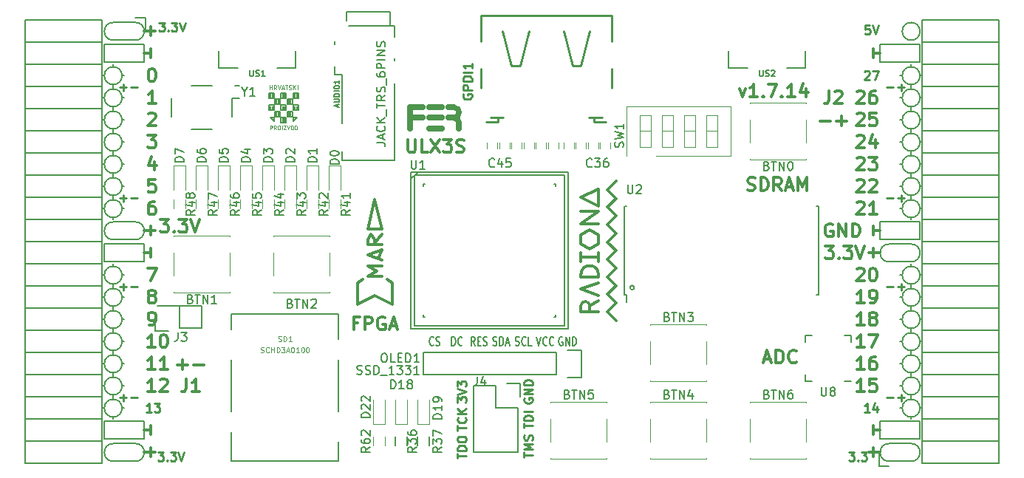
<source format=gto>
G04 #@! TF.FileFunction,Legend,Top*
%FSLAX46Y46*%
G04 Gerber Fmt 4.6, Leading zero omitted, Abs format (unit mm)*
G04 Created by KiCad (PCBNEW 4.0.7+dfsg1-1) date Fri Feb 23 10:53:26 2018*
%MOMM*%
%LPD*%
G01*
G04 APERTURE LIST*
%ADD10C,0.100000*%
%ADD11C,0.300000*%
%ADD12C,0.200000*%
%ADD13C,0.250000*%
%ADD14C,0.150000*%
%ADD15C,0.120000*%
%ADD16C,0.700000*%
%ADD17C,0.254000*%
%ADD18C,0.152400*%
%ADD19C,0.124460*%
%ADD20C,0.075000*%
G04 APERTURE END LIST*
D10*
D11*
X102760000Y-100897143D02*
X103902857Y-100897143D01*
X103331428Y-101468571D02*
X103331428Y-100325714D01*
X104617143Y-100897143D02*
X105760000Y-100897143D01*
X167133430Y-69226571D02*
X167490573Y-70226571D01*
X167847715Y-69226571D01*
X169204858Y-70226571D02*
X168347715Y-70226571D01*
X168776287Y-70226571D02*
X168776287Y-68726571D01*
X168633430Y-68940857D01*
X168490572Y-69083714D01*
X168347715Y-69155143D01*
X169847715Y-70083714D02*
X169919143Y-70155143D01*
X169847715Y-70226571D01*
X169776286Y-70155143D01*
X169847715Y-70083714D01*
X169847715Y-70226571D01*
X170419144Y-68726571D02*
X171419144Y-68726571D01*
X170776287Y-70226571D01*
X171990572Y-70083714D02*
X172062000Y-70155143D01*
X171990572Y-70226571D01*
X171919143Y-70155143D01*
X171990572Y-70083714D01*
X171990572Y-70226571D01*
X173490572Y-70226571D02*
X172633429Y-70226571D01*
X173062001Y-70226571D02*
X173062001Y-68726571D01*
X172919144Y-68940857D01*
X172776286Y-69083714D01*
X172633429Y-69155143D01*
X174776286Y-69226571D02*
X174776286Y-70226571D01*
X174419143Y-68655143D02*
X174062000Y-69726571D01*
X174990572Y-69726571D01*
X182492000Y-87582000D02*
X182492000Y-88598000D01*
X181984000Y-88090000D02*
X183254000Y-88090000D01*
X182492000Y-110442000D02*
X182492000Y-111458000D01*
X183254000Y-110950000D02*
X181984000Y-110950000D01*
X99688000Y-110442000D02*
X99688000Y-111458000D01*
X98926000Y-110950000D02*
X100196000Y-110950000D01*
X99688000Y-62182000D02*
X99688000Y-63198000D01*
X98926000Y-62690000D02*
X100196000Y-62690000D01*
X99688000Y-85042000D02*
X99688000Y-86058000D01*
X98926000Y-85550000D02*
X100196000Y-85550000D01*
D12*
X97910000Y-63706000D02*
G75*
G03X97910000Y-61674000I0J1016000D01*
G01*
X184270000Y-109934000D02*
G75*
G03X184270000Y-111966000I0J-1016000D01*
G01*
X95370000Y-111966000D02*
X97910000Y-111966000D01*
X95370000Y-109934000D02*
X97910000Y-109934000D01*
X97910000Y-111966000D02*
G75*
G03X97910000Y-109934000I0J1016000D01*
G01*
X95370000Y-109934000D02*
G75*
G03X95370000Y-111966000I0J-1016000D01*
G01*
X95370000Y-61674000D02*
X97910000Y-61674000D01*
X95370000Y-63706000D02*
X97910000Y-63706000D01*
X95370000Y-61674000D02*
G75*
G03X95370000Y-63706000I0J-1016000D01*
G01*
X95370000Y-84534000D02*
X97910000Y-84534000D01*
X95370000Y-86566000D02*
X97910000Y-86566000D01*
X95370000Y-84534000D02*
G75*
G03X95370000Y-86566000I0J-1016000D01*
G01*
X97910000Y-86566000D02*
G75*
G03X97910000Y-84534000I0J1016000D01*
G01*
X187826000Y-62690000D02*
G75*
G03X187826000Y-62690000I-1016000J0D01*
G01*
X184270000Y-89106000D02*
X186810000Y-89106000D01*
X184270000Y-87074000D02*
X186810000Y-87074000D01*
X184270000Y-87074000D02*
G75*
G03X184270000Y-89106000I0J-1016000D01*
G01*
X186810000Y-89106000D02*
G75*
G03X186810000Y-87074000I0J1016000D01*
G01*
X186810000Y-111966000D02*
X184270000Y-111966000D01*
X186810000Y-109934000D02*
X184270000Y-109934000D01*
X186810000Y-111966000D02*
G75*
G03X186810000Y-109934000I0J1016000D01*
G01*
X94354000Y-66246000D02*
X94354000Y-64214000D01*
X98926000Y-66246000D02*
X94354000Y-66246000D01*
X98926000Y-64214000D02*
X98926000Y-66246000D01*
X94354000Y-64214000D02*
X98926000Y-64214000D01*
X94354000Y-87074000D02*
X98926000Y-87074000D01*
X94354000Y-89106000D02*
X94354000Y-87074000D01*
X98926000Y-89106000D02*
X94354000Y-89106000D01*
X98926000Y-87074000D02*
X98926000Y-89106000D01*
X94354000Y-109426000D02*
X98926000Y-109426000D01*
X94354000Y-107394000D02*
X94354000Y-109426000D01*
X98926000Y-107394000D02*
X94354000Y-107394000D01*
X98926000Y-109426000D02*
X98926000Y-107394000D01*
X183254000Y-109426000D02*
X187826000Y-109426000D01*
X183254000Y-107394000D02*
X183254000Y-109426000D01*
X187826000Y-107394000D02*
X187826000Y-109426000D01*
X183254000Y-107394000D02*
X187826000Y-107394000D01*
X183254000Y-66246000D02*
X187826000Y-66246000D01*
X183254000Y-64214000D02*
X183254000Y-66246000D01*
X187826000Y-64214000D02*
X183254000Y-64214000D01*
X187826000Y-66246000D02*
X187826000Y-64214000D01*
X183254000Y-84534000D02*
X187826000Y-84534000D01*
X183254000Y-86566000D02*
X183254000Y-84534000D01*
X187826000Y-86566000D02*
X183254000Y-86566000D01*
X187826000Y-84534000D02*
X187826000Y-86566000D01*
D13*
X96148000Y-69111429D02*
X96909905Y-69111429D01*
X96528953Y-69492381D02*
X96528953Y-68730476D01*
X97386095Y-69111429D02*
X98148000Y-69111429D01*
X96148000Y-81811429D02*
X96909905Y-81811429D01*
X96528953Y-82192381D02*
X96528953Y-81430476D01*
X97386095Y-81811429D02*
X98148000Y-81811429D01*
X96148000Y-91971429D02*
X96909905Y-91971429D01*
X96528953Y-92352381D02*
X96528953Y-91590476D01*
X97386095Y-91971429D02*
X98148000Y-91971429D01*
X96148000Y-104671429D02*
X96909905Y-104671429D01*
X96528953Y-105052381D02*
X96528953Y-104290476D01*
X97386095Y-104671429D02*
X98148000Y-104671429D01*
X184032000Y-104671429D02*
X184793905Y-104671429D01*
X185270095Y-104671429D02*
X186032000Y-104671429D01*
X185651048Y-105052381D02*
X185651048Y-104290476D01*
X184032000Y-91971429D02*
X184793905Y-91971429D01*
X185270095Y-91971429D02*
X186032000Y-91971429D01*
X185651048Y-92352381D02*
X185651048Y-91590476D01*
X184032000Y-81811429D02*
X184793905Y-81811429D01*
X185270095Y-81811429D02*
X186032000Y-81811429D01*
X185651048Y-82192381D02*
X185651048Y-81430476D01*
X184032000Y-69111429D02*
X184793905Y-69111429D01*
X185270095Y-69111429D02*
X186032000Y-69111429D01*
X185651048Y-69492381D02*
X185651048Y-68730476D01*
D11*
X176420000Y-72957143D02*
X177562857Y-72957143D01*
X178277143Y-72957143D02*
X179420000Y-72957143D01*
X178848571Y-73528571D02*
X178848571Y-72385714D01*
D12*
X187826000Y-67770000D02*
G75*
G03X187826000Y-67770000I-1016000J0D01*
G01*
X187826000Y-70310000D02*
G75*
G03X187826000Y-70310000I-1016000J0D01*
G01*
X187826000Y-72850000D02*
G75*
G03X187826000Y-72850000I-1016000J0D01*
G01*
X187826000Y-75390000D02*
G75*
G03X187826000Y-75390000I-1016000J0D01*
G01*
X187826000Y-77930000D02*
G75*
G03X187826000Y-77930000I-1016000J0D01*
G01*
X187826000Y-80470000D02*
G75*
G03X187826000Y-80470000I-1016000J0D01*
G01*
X187826000Y-83010000D02*
G75*
G03X187826000Y-83010000I-1016000J0D01*
G01*
X187826000Y-90630000D02*
G75*
G03X187826000Y-90630000I-1016000J0D01*
G01*
X187826000Y-93170000D02*
G75*
G03X187826000Y-93170000I-1016000J0D01*
G01*
X187826000Y-95710000D02*
G75*
G03X187826000Y-95710000I-1016000J0D01*
G01*
X187826000Y-98250000D02*
G75*
G03X187826000Y-98250000I-1016000J0D01*
G01*
X187826000Y-100790000D02*
G75*
G03X187826000Y-100790000I-1016000J0D01*
G01*
X187826000Y-103330000D02*
G75*
G03X187826000Y-103330000I-1016000J0D01*
G01*
X187826000Y-105870000D02*
G75*
G03X187826000Y-105870000I-1016000J0D01*
G01*
X96386000Y-105870000D02*
G75*
G03X96386000Y-105870000I-1016000J0D01*
G01*
X96386000Y-103330000D02*
G75*
G03X96386000Y-103330000I-1016000J0D01*
G01*
X96386000Y-100790000D02*
G75*
G03X96386000Y-100790000I-1016000J0D01*
G01*
X96386000Y-98250000D02*
G75*
G03X96386000Y-98250000I-1016000J0D01*
G01*
X96386000Y-95710000D02*
G75*
G03X96386000Y-95710000I-1016000J0D01*
G01*
X96386000Y-93170000D02*
G75*
G03X96386000Y-93170000I-1016000J0D01*
G01*
X96386000Y-90630000D02*
G75*
G03X96386000Y-90630000I-1016000J0D01*
G01*
X96386000Y-83010000D02*
G75*
G03X96386000Y-83010000I-1016000J0D01*
G01*
X96386000Y-80470000D02*
G75*
G03X96386000Y-80470000I-1016000J0D01*
G01*
X96386000Y-77930000D02*
G75*
G03X96386000Y-77930000I-1016000J0D01*
G01*
X96386000Y-75390000D02*
G75*
G03X96386000Y-75390000I-1016000J0D01*
G01*
X96386000Y-72850000D02*
G75*
G03X96386000Y-72850000I-1016000J0D01*
G01*
X96386000Y-70310000D02*
G75*
G03X96386000Y-70310000I-1016000J0D01*
G01*
X96386000Y-67770000D02*
G75*
G03X96386000Y-67770000I-1016000J0D01*
G01*
D11*
X177793143Y-84800000D02*
X177650286Y-84728571D01*
X177436000Y-84728571D01*
X177221715Y-84800000D01*
X177078857Y-84942857D01*
X177007429Y-85085714D01*
X176936000Y-85371429D01*
X176936000Y-85585714D01*
X177007429Y-85871429D01*
X177078857Y-86014286D01*
X177221715Y-86157143D01*
X177436000Y-86228571D01*
X177578857Y-86228571D01*
X177793143Y-86157143D01*
X177864572Y-86085714D01*
X177864572Y-85585714D01*
X177578857Y-85585714D01*
X178507429Y-86228571D02*
X178507429Y-84728571D01*
X179364572Y-86228571D01*
X179364572Y-84728571D01*
X180078858Y-86228571D02*
X180078858Y-84728571D01*
X180436001Y-84728571D01*
X180650286Y-84800000D01*
X180793144Y-84942857D01*
X180864572Y-85085714D01*
X180936001Y-85371429D01*
X180936001Y-85585714D01*
X180864572Y-85871429D01*
X180793144Y-86014286D01*
X180650286Y-86157143D01*
X180436001Y-86228571D01*
X180078858Y-86228571D01*
X182492000Y-86058000D02*
X182492000Y-85042000D01*
X183254000Y-85550000D02*
X182492000Y-85550000D01*
X182492000Y-107902000D02*
X182492000Y-108918000D01*
X182492000Y-108410000D02*
X183254000Y-108410000D01*
D13*
X182047524Y-106322381D02*
X181476095Y-106322381D01*
X181761809Y-106322381D02*
X181761809Y-105322381D01*
X181666571Y-105465238D01*
X181571333Y-105560476D01*
X181476095Y-105608095D01*
X182904667Y-105655714D02*
X182904667Y-106322381D01*
X182666571Y-105274762D02*
X182428476Y-105989048D01*
X183047524Y-105989048D01*
X181476095Y-67317619D02*
X181523714Y-67270000D01*
X181618952Y-67222381D01*
X181857048Y-67222381D01*
X181952286Y-67270000D01*
X181999905Y-67317619D01*
X182047524Y-67412857D01*
X182047524Y-67508095D01*
X181999905Y-67650952D01*
X181428476Y-68222381D01*
X182047524Y-68222381D01*
X182380857Y-67222381D02*
X183047524Y-67222381D01*
X182618952Y-68222381D01*
D11*
X182492000Y-64722000D02*
X182492000Y-65738000D01*
X182492000Y-65230000D02*
X183254000Y-65230000D01*
X99688000Y-107902000D02*
X99688000Y-108918000D01*
X98926000Y-108410000D02*
X99688000Y-108410000D01*
X99315001Y-74568571D02*
X100243572Y-74568571D01*
X99743572Y-75140000D01*
X99957858Y-75140000D01*
X100100715Y-75211429D01*
X100172144Y-75282857D01*
X100243572Y-75425714D01*
X100243572Y-75782857D01*
X100172144Y-75925714D01*
X100100715Y-75997143D01*
X99957858Y-76068571D01*
X99529286Y-76068571D01*
X99386429Y-75997143D01*
X99315001Y-75925714D01*
X100100715Y-77608571D02*
X100100715Y-78608571D01*
X99743572Y-77037143D02*
X99386429Y-78108571D01*
X100315001Y-78108571D01*
X100172144Y-79648571D02*
X99457858Y-79648571D01*
X99386429Y-80362857D01*
X99457858Y-80291429D01*
X99600715Y-80220000D01*
X99957858Y-80220000D01*
X100100715Y-80291429D01*
X100172144Y-80362857D01*
X100243572Y-80505714D01*
X100243572Y-80862857D01*
X100172144Y-81005714D01*
X100100715Y-81077143D01*
X99957858Y-81148571D01*
X99600715Y-81148571D01*
X99457858Y-81077143D01*
X99386429Y-81005714D01*
D13*
X99751524Y-106322381D02*
X99180095Y-106322381D01*
X99465809Y-106322381D02*
X99465809Y-105322381D01*
X99370571Y-105465238D01*
X99275333Y-105560476D01*
X99180095Y-105608095D01*
X100084857Y-105322381D02*
X100703905Y-105322381D01*
X100370571Y-105703333D01*
X100513429Y-105703333D01*
X100608667Y-105750952D01*
X100656286Y-105798571D01*
X100703905Y-105893810D01*
X100703905Y-106131905D01*
X100656286Y-106227143D01*
X100608667Y-106274762D01*
X100513429Y-106322381D01*
X100227714Y-106322381D01*
X100132476Y-106274762D01*
X100084857Y-106227143D01*
D11*
X99315001Y-89808571D02*
X100315001Y-89808571D01*
X99672144Y-91308571D01*
X99688000Y-87582000D02*
X99688000Y-88598000D01*
X98926000Y-88090000D02*
X99688000Y-88090000D01*
X99688000Y-64722000D02*
X99688000Y-65738000D01*
X98926000Y-65230000D02*
X99688000Y-65230000D01*
D13*
X100624810Y-61697881D02*
X101243858Y-61697881D01*
X100910524Y-62078833D01*
X101053382Y-62078833D01*
X101148620Y-62126452D01*
X101196239Y-62174071D01*
X101243858Y-62269310D01*
X101243858Y-62507405D01*
X101196239Y-62602643D01*
X101148620Y-62650262D01*
X101053382Y-62697881D01*
X100767667Y-62697881D01*
X100672429Y-62650262D01*
X100624810Y-62602643D01*
X101672429Y-62602643D02*
X101720048Y-62650262D01*
X101672429Y-62697881D01*
X101624810Y-62650262D01*
X101672429Y-62602643D01*
X101672429Y-62697881D01*
X102053381Y-61697881D02*
X102672429Y-61697881D01*
X102339095Y-62078833D01*
X102481953Y-62078833D01*
X102577191Y-62126452D01*
X102624810Y-62174071D01*
X102672429Y-62269310D01*
X102672429Y-62507405D01*
X102624810Y-62602643D01*
X102577191Y-62650262D01*
X102481953Y-62697881D01*
X102196238Y-62697881D01*
X102101000Y-62650262D01*
X102053381Y-62602643D01*
X102958143Y-61697881D02*
X103291476Y-62697881D01*
X103624810Y-61697881D01*
X179666381Y-110910381D02*
X180285429Y-110910381D01*
X179952095Y-111291333D01*
X180094953Y-111291333D01*
X180190191Y-111338952D01*
X180237810Y-111386571D01*
X180285429Y-111481810D01*
X180285429Y-111719905D01*
X180237810Y-111815143D01*
X180190191Y-111862762D01*
X180094953Y-111910381D01*
X179809238Y-111910381D01*
X179714000Y-111862762D01*
X179666381Y-111815143D01*
X180714000Y-111815143D02*
X180761619Y-111862762D01*
X180714000Y-111910381D01*
X180666381Y-111862762D01*
X180714000Y-111815143D01*
X180714000Y-111910381D01*
X181094952Y-110910381D02*
X181714000Y-110910381D01*
X181380666Y-111291333D01*
X181523524Y-111291333D01*
X181618762Y-111338952D01*
X181666381Y-111386571D01*
X181714000Y-111481810D01*
X181714000Y-111719905D01*
X181666381Y-111815143D01*
X181618762Y-111862762D01*
X181523524Y-111910381D01*
X181237809Y-111910381D01*
X181142571Y-111862762D01*
X181094952Y-111815143D01*
D11*
X100775715Y-84220571D02*
X101704286Y-84220571D01*
X101204286Y-84792000D01*
X101418572Y-84792000D01*
X101561429Y-84863429D01*
X101632858Y-84934857D01*
X101704286Y-85077714D01*
X101704286Y-85434857D01*
X101632858Y-85577714D01*
X101561429Y-85649143D01*
X101418572Y-85720571D01*
X100990000Y-85720571D01*
X100847143Y-85649143D01*
X100775715Y-85577714D01*
X102347143Y-85577714D02*
X102418571Y-85649143D01*
X102347143Y-85720571D01*
X102275714Y-85649143D01*
X102347143Y-85577714D01*
X102347143Y-85720571D01*
X102918572Y-84220571D02*
X103847143Y-84220571D01*
X103347143Y-84792000D01*
X103561429Y-84792000D01*
X103704286Y-84863429D01*
X103775715Y-84934857D01*
X103847143Y-85077714D01*
X103847143Y-85434857D01*
X103775715Y-85577714D01*
X103704286Y-85649143D01*
X103561429Y-85720571D01*
X103132857Y-85720571D01*
X102990000Y-85649143D01*
X102918572Y-85577714D01*
X104275714Y-84220571D02*
X104775714Y-85720571D01*
X105275714Y-84220571D01*
D13*
X100497810Y-110910381D02*
X101116858Y-110910381D01*
X100783524Y-111291333D01*
X100926382Y-111291333D01*
X101021620Y-111338952D01*
X101069239Y-111386571D01*
X101116858Y-111481810D01*
X101116858Y-111719905D01*
X101069239Y-111815143D01*
X101021620Y-111862762D01*
X100926382Y-111910381D01*
X100640667Y-111910381D01*
X100545429Y-111862762D01*
X100497810Y-111815143D01*
X101545429Y-111815143D02*
X101593048Y-111862762D01*
X101545429Y-111910381D01*
X101497810Y-111862762D01*
X101545429Y-111815143D01*
X101545429Y-111910381D01*
X101926381Y-110910381D02*
X102545429Y-110910381D01*
X102212095Y-111291333D01*
X102354953Y-111291333D01*
X102450191Y-111338952D01*
X102497810Y-111386571D01*
X102545429Y-111481810D01*
X102545429Y-111719905D01*
X102497810Y-111815143D01*
X102450191Y-111862762D01*
X102354953Y-111910381D01*
X102069238Y-111910381D01*
X101974000Y-111862762D01*
X101926381Y-111815143D01*
X102831143Y-110910381D02*
X103164476Y-111910381D01*
X103497810Y-110910381D01*
X182047524Y-62015381D02*
X181571333Y-62015381D01*
X181523714Y-62491571D01*
X181571333Y-62443952D01*
X181666571Y-62396333D01*
X181904667Y-62396333D01*
X181999905Y-62443952D01*
X182047524Y-62491571D01*
X182095143Y-62586810D01*
X182095143Y-62824905D01*
X182047524Y-62920143D01*
X181999905Y-62967762D01*
X181904667Y-63015381D01*
X181666571Y-63015381D01*
X181571333Y-62967762D01*
X181523714Y-62920143D01*
X182380857Y-62015381D02*
X182714190Y-63015381D01*
X183047524Y-62015381D01*
D11*
X180587143Y-69631429D02*
X180658572Y-69560000D01*
X180801429Y-69488571D01*
X181158572Y-69488571D01*
X181301429Y-69560000D01*
X181372858Y-69631429D01*
X181444286Y-69774286D01*
X181444286Y-69917143D01*
X181372858Y-70131429D01*
X180515715Y-70988571D01*
X181444286Y-70988571D01*
X182730000Y-69488571D02*
X182444286Y-69488571D01*
X182301429Y-69560000D01*
X182230000Y-69631429D01*
X182087143Y-69845714D01*
X182015714Y-70131429D01*
X182015714Y-70702857D01*
X182087143Y-70845714D01*
X182158571Y-70917143D01*
X182301429Y-70988571D01*
X182587143Y-70988571D01*
X182730000Y-70917143D01*
X182801429Y-70845714D01*
X182872857Y-70702857D01*
X182872857Y-70345714D01*
X182801429Y-70202857D01*
X182730000Y-70131429D01*
X182587143Y-70060000D01*
X182301429Y-70060000D01*
X182158571Y-70131429D01*
X182087143Y-70202857D01*
X182015714Y-70345714D01*
X180587143Y-72171429D02*
X180658572Y-72100000D01*
X180801429Y-72028571D01*
X181158572Y-72028571D01*
X181301429Y-72100000D01*
X181372858Y-72171429D01*
X181444286Y-72314286D01*
X181444286Y-72457143D01*
X181372858Y-72671429D01*
X180515715Y-73528571D01*
X181444286Y-73528571D01*
X182801429Y-72028571D02*
X182087143Y-72028571D01*
X182015714Y-72742857D01*
X182087143Y-72671429D01*
X182230000Y-72600000D01*
X182587143Y-72600000D01*
X182730000Y-72671429D01*
X182801429Y-72742857D01*
X182872857Y-72885714D01*
X182872857Y-73242857D01*
X182801429Y-73385714D01*
X182730000Y-73457143D01*
X182587143Y-73528571D01*
X182230000Y-73528571D01*
X182087143Y-73457143D01*
X182015714Y-73385714D01*
X180587143Y-74711429D02*
X180658572Y-74640000D01*
X180801429Y-74568571D01*
X181158572Y-74568571D01*
X181301429Y-74640000D01*
X181372858Y-74711429D01*
X181444286Y-74854286D01*
X181444286Y-74997143D01*
X181372858Y-75211429D01*
X180515715Y-76068571D01*
X181444286Y-76068571D01*
X182730000Y-75068571D02*
X182730000Y-76068571D01*
X182372857Y-74497143D02*
X182015714Y-75568571D01*
X182944286Y-75568571D01*
X180587143Y-77251429D02*
X180658572Y-77180000D01*
X180801429Y-77108571D01*
X181158572Y-77108571D01*
X181301429Y-77180000D01*
X181372858Y-77251429D01*
X181444286Y-77394286D01*
X181444286Y-77537143D01*
X181372858Y-77751429D01*
X180515715Y-78608571D01*
X181444286Y-78608571D01*
X181944286Y-77108571D02*
X182872857Y-77108571D01*
X182372857Y-77680000D01*
X182587143Y-77680000D01*
X182730000Y-77751429D01*
X182801429Y-77822857D01*
X182872857Y-77965714D01*
X182872857Y-78322857D01*
X182801429Y-78465714D01*
X182730000Y-78537143D01*
X182587143Y-78608571D01*
X182158571Y-78608571D01*
X182015714Y-78537143D01*
X181944286Y-78465714D01*
X180587143Y-79791429D02*
X180658572Y-79720000D01*
X180801429Y-79648571D01*
X181158572Y-79648571D01*
X181301429Y-79720000D01*
X181372858Y-79791429D01*
X181444286Y-79934286D01*
X181444286Y-80077143D01*
X181372858Y-80291429D01*
X180515715Y-81148571D01*
X181444286Y-81148571D01*
X182015714Y-79791429D02*
X182087143Y-79720000D01*
X182230000Y-79648571D01*
X182587143Y-79648571D01*
X182730000Y-79720000D01*
X182801429Y-79791429D01*
X182872857Y-79934286D01*
X182872857Y-80077143D01*
X182801429Y-80291429D01*
X181944286Y-81148571D01*
X182872857Y-81148571D01*
X180587143Y-82331429D02*
X180658572Y-82260000D01*
X180801429Y-82188571D01*
X181158572Y-82188571D01*
X181301429Y-82260000D01*
X181372858Y-82331429D01*
X181444286Y-82474286D01*
X181444286Y-82617143D01*
X181372858Y-82831429D01*
X180515715Y-83688571D01*
X181444286Y-83688571D01*
X182872857Y-83688571D02*
X182015714Y-83688571D01*
X182444286Y-83688571D02*
X182444286Y-82188571D01*
X182301429Y-82402857D01*
X182158571Y-82545714D01*
X182015714Y-82617143D01*
X176975715Y-87268571D02*
X177904286Y-87268571D01*
X177404286Y-87840000D01*
X177618572Y-87840000D01*
X177761429Y-87911429D01*
X177832858Y-87982857D01*
X177904286Y-88125714D01*
X177904286Y-88482857D01*
X177832858Y-88625714D01*
X177761429Y-88697143D01*
X177618572Y-88768571D01*
X177190000Y-88768571D01*
X177047143Y-88697143D01*
X176975715Y-88625714D01*
X178547143Y-88625714D02*
X178618571Y-88697143D01*
X178547143Y-88768571D01*
X178475714Y-88697143D01*
X178547143Y-88625714D01*
X178547143Y-88768571D01*
X179118572Y-87268571D02*
X180047143Y-87268571D01*
X179547143Y-87840000D01*
X179761429Y-87840000D01*
X179904286Y-87911429D01*
X179975715Y-87982857D01*
X180047143Y-88125714D01*
X180047143Y-88482857D01*
X179975715Y-88625714D01*
X179904286Y-88697143D01*
X179761429Y-88768571D01*
X179332857Y-88768571D01*
X179190000Y-88697143D01*
X179118572Y-88625714D01*
X180475714Y-87268571D02*
X180975714Y-88768571D01*
X181475714Y-87268571D01*
X180587143Y-89951429D02*
X180658572Y-89880000D01*
X180801429Y-89808571D01*
X181158572Y-89808571D01*
X181301429Y-89880000D01*
X181372858Y-89951429D01*
X181444286Y-90094286D01*
X181444286Y-90237143D01*
X181372858Y-90451429D01*
X180515715Y-91308571D01*
X181444286Y-91308571D01*
X182372857Y-89808571D02*
X182515714Y-89808571D01*
X182658571Y-89880000D01*
X182730000Y-89951429D01*
X182801429Y-90094286D01*
X182872857Y-90380000D01*
X182872857Y-90737143D01*
X182801429Y-91022857D01*
X182730000Y-91165714D01*
X182658571Y-91237143D01*
X182515714Y-91308571D01*
X182372857Y-91308571D01*
X182230000Y-91237143D01*
X182158571Y-91165714D01*
X182087143Y-91022857D01*
X182015714Y-90737143D01*
X182015714Y-90380000D01*
X182087143Y-90094286D01*
X182158571Y-89951429D01*
X182230000Y-89880000D01*
X182372857Y-89808571D01*
X181444286Y-93848571D02*
X180587143Y-93848571D01*
X181015715Y-93848571D02*
X181015715Y-92348571D01*
X180872858Y-92562857D01*
X180730000Y-92705714D01*
X180587143Y-92777143D01*
X182158571Y-93848571D02*
X182444286Y-93848571D01*
X182587143Y-93777143D01*
X182658571Y-93705714D01*
X182801429Y-93491429D01*
X182872857Y-93205714D01*
X182872857Y-92634286D01*
X182801429Y-92491429D01*
X182730000Y-92420000D01*
X182587143Y-92348571D01*
X182301429Y-92348571D01*
X182158571Y-92420000D01*
X182087143Y-92491429D01*
X182015714Y-92634286D01*
X182015714Y-92991429D01*
X182087143Y-93134286D01*
X182158571Y-93205714D01*
X182301429Y-93277143D01*
X182587143Y-93277143D01*
X182730000Y-93205714D01*
X182801429Y-93134286D01*
X182872857Y-92991429D01*
X181444286Y-96388571D02*
X180587143Y-96388571D01*
X181015715Y-96388571D02*
X181015715Y-94888571D01*
X180872858Y-95102857D01*
X180730000Y-95245714D01*
X180587143Y-95317143D01*
X182301429Y-95531429D02*
X182158571Y-95460000D01*
X182087143Y-95388571D01*
X182015714Y-95245714D01*
X182015714Y-95174286D01*
X182087143Y-95031429D01*
X182158571Y-94960000D01*
X182301429Y-94888571D01*
X182587143Y-94888571D01*
X182730000Y-94960000D01*
X182801429Y-95031429D01*
X182872857Y-95174286D01*
X182872857Y-95245714D01*
X182801429Y-95388571D01*
X182730000Y-95460000D01*
X182587143Y-95531429D01*
X182301429Y-95531429D01*
X182158571Y-95602857D01*
X182087143Y-95674286D01*
X182015714Y-95817143D01*
X182015714Y-96102857D01*
X182087143Y-96245714D01*
X182158571Y-96317143D01*
X182301429Y-96388571D01*
X182587143Y-96388571D01*
X182730000Y-96317143D01*
X182801429Y-96245714D01*
X182872857Y-96102857D01*
X182872857Y-95817143D01*
X182801429Y-95674286D01*
X182730000Y-95602857D01*
X182587143Y-95531429D01*
X181444286Y-98928571D02*
X180587143Y-98928571D01*
X181015715Y-98928571D02*
X181015715Y-97428571D01*
X180872858Y-97642857D01*
X180730000Y-97785714D01*
X180587143Y-97857143D01*
X181944286Y-97428571D02*
X182944286Y-97428571D01*
X182301429Y-98928571D01*
X181444286Y-101468571D02*
X180587143Y-101468571D01*
X181015715Y-101468571D02*
X181015715Y-99968571D01*
X180872858Y-100182857D01*
X180730000Y-100325714D01*
X180587143Y-100397143D01*
X182730000Y-99968571D02*
X182444286Y-99968571D01*
X182301429Y-100040000D01*
X182230000Y-100111429D01*
X182087143Y-100325714D01*
X182015714Y-100611429D01*
X182015714Y-101182857D01*
X182087143Y-101325714D01*
X182158571Y-101397143D01*
X182301429Y-101468571D01*
X182587143Y-101468571D01*
X182730000Y-101397143D01*
X182801429Y-101325714D01*
X182872857Y-101182857D01*
X182872857Y-100825714D01*
X182801429Y-100682857D01*
X182730000Y-100611429D01*
X182587143Y-100540000D01*
X182301429Y-100540000D01*
X182158571Y-100611429D01*
X182087143Y-100682857D01*
X182015714Y-100825714D01*
X181444286Y-104008571D02*
X180587143Y-104008571D01*
X181015715Y-104008571D02*
X181015715Y-102508571D01*
X180872858Y-102722857D01*
X180730000Y-102865714D01*
X180587143Y-102937143D01*
X182801429Y-102508571D02*
X182087143Y-102508571D01*
X182015714Y-103222857D01*
X182087143Y-103151429D01*
X182230000Y-103080000D01*
X182587143Y-103080000D01*
X182730000Y-103151429D01*
X182801429Y-103222857D01*
X182872857Y-103365714D01*
X182872857Y-103722857D01*
X182801429Y-103865714D01*
X182730000Y-103937143D01*
X182587143Y-104008571D01*
X182230000Y-104008571D01*
X182087143Y-103937143D01*
X182015714Y-103865714D01*
D12*
X186810000Y-66500000D02*
X186810000Y-66754000D01*
X187826000Y-67770000D02*
X188080000Y-67770000D01*
X185540000Y-67770000D02*
X185794000Y-67770000D01*
X186810000Y-69294000D02*
X186810000Y-68786000D01*
X187826000Y-70310000D02*
X188080000Y-70310000D01*
X185540000Y-70310000D02*
X185794000Y-70310000D01*
X186810000Y-71326000D02*
X186810000Y-71834000D01*
X187826000Y-72850000D02*
X188080000Y-72850000D01*
X185540000Y-72850000D02*
X185794000Y-72850000D01*
X186810000Y-73866000D02*
X186810000Y-74374000D01*
X187826000Y-75390000D02*
X188080000Y-75390000D01*
X185540000Y-75390000D02*
X185794000Y-75390000D01*
X186810000Y-76406000D02*
X186810000Y-76914000D01*
X187826000Y-77930000D02*
X188080000Y-77930000D01*
X185540000Y-77930000D02*
X185794000Y-77930000D01*
X186810000Y-79454000D02*
X186810000Y-78946000D01*
X187826000Y-80470000D02*
X188080000Y-80470000D01*
X185540000Y-80470000D02*
X185794000Y-80470000D01*
X186810000Y-81994000D02*
X186810000Y-81486000D01*
X187826000Y-83010000D02*
X188080000Y-83010000D01*
X185540000Y-83010000D02*
X185794000Y-83010000D01*
X186810000Y-84026000D02*
X186810000Y-84280000D01*
X186810000Y-89360000D02*
X186810000Y-89614000D01*
X187826000Y-90630000D02*
X188080000Y-90630000D01*
X185540000Y-90630000D02*
X185794000Y-90630000D01*
X186810000Y-91646000D02*
X186810000Y-92154000D01*
X187826000Y-93170000D02*
X188080000Y-93170000D01*
X185540000Y-93170000D02*
X185794000Y-93170000D01*
X186810000Y-94186000D02*
X186810000Y-94694000D01*
X187826000Y-95710000D02*
X188080000Y-95710000D01*
X185540000Y-95710000D02*
X185794000Y-95710000D01*
X186810000Y-97234000D02*
X186810000Y-96726000D01*
X187826000Y-98250000D02*
X188080000Y-98250000D01*
X185540000Y-98250000D02*
X185794000Y-98250000D01*
X187826000Y-100790000D02*
X188080000Y-100790000D01*
X185540000Y-100790000D02*
X185794000Y-100790000D01*
X186810000Y-99266000D02*
X186810000Y-99774000D01*
X186810000Y-102314000D02*
X186810000Y-101806000D01*
X187826000Y-103330000D02*
X188080000Y-103330000D01*
X185540000Y-103330000D02*
X185794000Y-103330000D01*
X186810000Y-104346000D02*
X186810000Y-104854000D01*
X185540000Y-105870000D02*
X185794000Y-105870000D01*
X187826000Y-105870000D02*
X188080000Y-105870000D01*
X186810000Y-106886000D02*
X186810000Y-107140000D01*
X95370000Y-66754000D02*
X95370000Y-66500000D01*
X96386000Y-67770000D02*
X96640000Y-67770000D01*
X94100000Y-67770000D02*
X94354000Y-67770000D01*
X95370000Y-68786000D02*
X95370000Y-69294000D01*
X96386000Y-70310000D02*
X96640000Y-70310000D01*
X94100000Y-70310000D02*
X94354000Y-70310000D01*
X95370000Y-71326000D02*
X95370000Y-71834000D01*
X96386000Y-72850000D02*
X96640000Y-72850000D01*
X94100000Y-72850000D02*
X94354000Y-72850000D01*
X95370000Y-73866000D02*
X95370000Y-74374000D01*
X96386000Y-75390000D02*
X96640000Y-75390000D01*
X95370000Y-76406000D02*
X95370000Y-76914000D01*
X96386000Y-77930000D02*
X96640000Y-77930000D01*
X94100000Y-77930000D02*
X94354000Y-77930000D01*
X95370000Y-79454000D02*
X95370000Y-78946000D01*
X96386000Y-80470000D02*
X96640000Y-80470000D01*
X94100000Y-80470000D02*
X94354000Y-80470000D01*
X95370000Y-81486000D02*
X95370000Y-81994000D01*
X96386000Y-83010000D02*
X96640000Y-83010000D01*
X95370000Y-84026000D02*
X95370000Y-84280000D01*
X94100000Y-83010000D02*
X94354000Y-83010000D01*
X95370000Y-106886000D02*
X95370000Y-107140000D01*
X95370000Y-89360000D02*
X95370000Y-89614000D01*
X96386000Y-93170000D02*
X96640000Y-93170000D01*
X94100000Y-93170000D02*
X94354000Y-93170000D01*
X95370000Y-94186000D02*
X95370000Y-94694000D01*
X94100000Y-90630000D02*
X94354000Y-90630000D01*
X96386000Y-90630000D02*
X96640000Y-90630000D01*
X95370000Y-92154000D02*
X95370000Y-91646000D01*
X96386000Y-95710000D02*
X96640000Y-95710000D01*
X94100000Y-95710000D02*
X94354000Y-95710000D01*
X96386000Y-98250000D02*
X96640000Y-98250000D01*
X94354000Y-98250000D02*
X94100000Y-98250000D01*
X95370000Y-96726000D02*
X95370000Y-97234000D01*
X95370000Y-99266000D02*
X95370000Y-99774000D01*
X94100000Y-100790000D02*
X94354000Y-100790000D01*
X96386000Y-100790000D02*
X96640000Y-100790000D01*
X94100000Y-103330000D02*
X94354000Y-103330000D01*
X96386000Y-103330000D02*
X96640000Y-103330000D01*
X95370000Y-101806000D02*
X95370000Y-102314000D01*
X95370000Y-104346000D02*
X95370000Y-104854000D01*
X96386000Y-105870000D02*
X96640000Y-105870000D01*
X94100000Y-105870000D02*
X94354000Y-105870000D01*
D11*
X100164286Y-104008571D02*
X99307143Y-104008571D01*
X99735715Y-104008571D02*
X99735715Y-102508571D01*
X99592858Y-102722857D01*
X99450000Y-102865714D01*
X99307143Y-102937143D01*
X100735714Y-102651429D02*
X100807143Y-102580000D01*
X100950000Y-102508571D01*
X101307143Y-102508571D01*
X101450000Y-102580000D01*
X101521429Y-102651429D01*
X101592857Y-102794286D01*
X101592857Y-102937143D01*
X101521429Y-103151429D01*
X100664286Y-104008571D01*
X101592857Y-104008571D01*
X100164286Y-101468571D02*
X99307143Y-101468571D01*
X99735715Y-101468571D02*
X99735715Y-99968571D01*
X99592858Y-100182857D01*
X99450000Y-100325714D01*
X99307143Y-100397143D01*
X101592857Y-101468571D02*
X100735714Y-101468571D01*
X101164286Y-101468571D02*
X101164286Y-99968571D01*
X101021429Y-100182857D01*
X100878571Y-100325714D01*
X100735714Y-100397143D01*
X100164286Y-98928571D02*
X99307143Y-98928571D01*
X99735715Y-98928571D02*
X99735715Y-97428571D01*
X99592858Y-97642857D01*
X99450000Y-97785714D01*
X99307143Y-97857143D01*
X101092857Y-97428571D02*
X101235714Y-97428571D01*
X101378571Y-97500000D01*
X101450000Y-97571429D01*
X101521429Y-97714286D01*
X101592857Y-98000000D01*
X101592857Y-98357143D01*
X101521429Y-98642857D01*
X101450000Y-98785714D01*
X101378571Y-98857143D01*
X101235714Y-98928571D01*
X101092857Y-98928571D01*
X100950000Y-98857143D01*
X100878571Y-98785714D01*
X100807143Y-98642857D01*
X100735714Y-98357143D01*
X100735714Y-98000000D01*
X100807143Y-97714286D01*
X100878571Y-97571429D01*
X100950000Y-97500000D01*
X101092857Y-97428571D01*
X99529286Y-96388571D02*
X99815001Y-96388571D01*
X99957858Y-96317143D01*
X100029286Y-96245714D01*
X100172144Y-96031429D01*
X100243572Y-95745714D01*
X100243572Y-95174286D01*
X100172144Y-95031429D01*
X100100715Y-94960000D01*
X99957858Y-94888571D01*
X99672144Y-94888571D01*
X99529286Y-94960000D01*
X99457858Y-95031429D01*
X99386429Y-95174286D01*
X99386429Y-95531429D01*
X99457858Y-95674286D01*
X99529286Y-95745714D01*
X99672144Y-95817143D01*
X99957858Y-95817143D01*
X100100715Y-95745714D01*
X100172144Y-95674286D01*
X100243572Y-95531429D01*
X99672144Y-92991429D02*
X99529286Y-92920000D01*
X99457858Y-92848571D01*
X99386429Y-92705714D01*
X99386429Y-92634286D01*
X99457858Y-92491429D01*
X99529286Y-92420000D01*
X99672144Y-92348571D01*
X99957858Y-92348571D01*
X100100715Y-92420000D01*
X100172144Y-92491429D01*
X100243572Y-92634286D01*
X100243572Y-92705714D01*
X100172144Y-92848571D01*
X100100715Y-92920000D01*
X99957858Y-92991429D01*
X99672144Y-92991429D01*
X99529286Y-93062857D01*
X99457858Y-93134286D01*
X99386429Y-93277143D01*
X99386429Y-93562857D01*
X99457858Y-93705714D01*
X99529286Y-93777143D01*
X99672144Y-93848571D01*
X99957858Y-93848571D01*
X100100715Y-93777143D01*
X100172144Y-93705714D01*
X100243572Y-93562857D01*
X100243572Y-93277143D01*
X100172144Y-93134286D01*
X100100715Y-93062857D01*
X99957858Y-92991429D01*
X100100715Y-82188571D02*
X99815001Y-82188571D01*
X99672144Y-82260000D01*
X99600715Y-82331429D01*
X99457858Y-82545714D01*
X99386429Y-82831429D01*
X99386429Y-83402857D01*
X99457858Y-83545714D01*
X99529286Y-83617143D01*
X99672144Y-83688571D01*
X99957858Y-83688571D01*
X100100715Y-83617143D01*
X100172144Y-83545714D01*
X100243572Y-83402857D01*
X100243572Y-83045714D01*
X100172144Y-82902857D01*
X100100715Y-82831429D01*
X99957858Y-82760000D01*
X99672144Y-82760000D01*
X99529286Y-82831429D01*
X99457858Y-82902857D01*
X99386429Y-83045714D01*
X99386429Y-72171429D02*
X99457858Y-72100000D01*
X99600715Y-72028571D01*
X99957858Y-72028571D01*
X100100715Y-72100000D01*
X100172144Y-72171429D01*
X100243572Y-72314286D01*
X100243572Y-72457143D01*
X100172144Y-72671429D01*
X99315001Y-73528571D01*
X100243572Y-73528571D01*
X100243572Y-70988571D02*
X99386429Y-70988571D01*
X99815001Y-70988571D02*
X99815001Y-69488571D01*
X99672144Y-69702857D01*
X99529286Y-69845714D01*
X99386429Y-69917143D01*
X99743572Y-66948571D02*
X99886429Y-66948571D01*
X100029286Y-67020000D01*
X100100715Y-67091429D01*
X100172144Y-67234286D01*
X100243572Y-67520000D01*
X100243572Y-67877143D01*
X100172144Y-68162857D01*
X100100715Y-68305714D01*
X100029286Y-68377143D01*
X99886429Y-68448571D01*
X99743572Y-68448571D01*
X99600715Y-68377143D01*
X99529286Y-68305714D01*
X99457858Y-68162857D01*
X99386429Y-67877143D01*
X99386429Y-67520000D01*
X99457858Y-67234286D01*
X99529286Y-67091429D01*
X99600715Y-67020000D01*
X99743572Y-66948571D01*
X129148429Y-75076571D02*
X129148429Y-76290857D01*
X129219857Y-76433714D01*
X129291286Y-76505143D01*
X129434143Y-76576571D01*
X129719857Y-76576571D01*
X129862715Y-76505143D01*
X129934143Y-76433714D01*
X130005572Y-76290857D01*
X130005572Y-75076571D01*
X131434144Y-76576571D02*
X130719858Y-76576571D01*
X130719858Y-75076571D01*
X131791287Y-75076571D02*
X132791287Y-76576571D01*
X132791287Y-75076571D02*
X131791287Y-76576571D01*
X133219858Y-75076571D02*
X134148429Y-75076571D01*
X133648429Y-75648000D01*
X133862715Y-75648000D01*
X134005572Y-75719429D01*
X134077001Y-75790857D01*
X134148429Y-75933714D01*
X134148429Y-76290857D01*
X134077001Y-76433714D01*
X134005572Y-76505143D01*
X133862715Y-76576571D01*
X133434143Y-76576571D01*
X133291286Y-76505143D01*
X133219858Y-76433714D01*
X134719857Y-76505143D02*
X134934143Y-76576571D01*
X135291286Y-76576571D01*
X135434143Y-76505143D01*
X135505572Y-76433714D01*
X135577000Y-76290857D01*
X135577000Y-76148000D01*
X135505572Y-76005143D01*
X135434143Y-75933714D01*
X135291286Y-75862286D01*
X135005572Y-75790857D01*
X134862714Y-75719429D01*
X134791286Y-75648000D01*
X134719857Y-75505143D01*
X134719857Y-75362286D01*
X134791286Y-75219429D01*
X134862714Y-75148000D01*
X135005572Y-75076571D01*
X135362714Y-75076571D01*
X135577000Y-75148000D01*
X123413429Y-96110857D02*
X122913429Y-96110857D01*
X122913429Y-96896571D02*
X122913429Y-95396571D01*
X123627715Y-95396571D01*
X124199143Y-96896571D02*
X124199143Y-95396571D01*
X124770571Y-95396571D01*
X124913429Y-95468000D01*
X124984857Y-95539429D01*
X125056286Y-95682286D01*
X125056286Y-95896571D01*
X124984857Y-96039429D01*
X124913429Y-96110857D01*
X124770571Y-96182286D01*
X124199143Y-96182286D01*
X126484857Y-95468000D02*
X126342000Y-95396571D01*
X126127714Y-95396571D01*
X125913429Y-95468000D01*
X125770571Y-95610857D01*
X125699143Y-95753714D01*
X125627714Y-96039429D01*
X125627714Y-96253714D01*
X125699143Y-96539429D01*
X125770571Y-96682286D01*
X125913429Y-96825143D01*
X126127714Y-96896571D01*
X126270571Y-96896571D01*
X126484857Y-96825143D01*
X126556286Y-96753714D01*
X126556286Y-96253714D01*
X126270571Y-96253714D01*
X127127714Y-96468000D02*
X127842000Y-96468000D01*
X126984857Y-96896571D02*
X127484857Y-95396571D01*
X127984857Y-96896571D01*
X168077929Y-80886643D02*
X168292215Y-80958071D01*
X168649358Y-80958071D01*
X168792215Y-80886643D01*
X168863644Y-80815214D01*
X168935072Y-80672357D01*
X168935072Y-80529500D01*
X168863644Y-80386643D01*
X168792215Y-80315214D01*
X168649358Y-80243786D01*
X168363644Y-80172357D01*
X168220786Y-80100929D01*
X168149358Y-80029500D01*
X168077929Y-79886643D01*
X168077929Y-79743786D01*
X168149358Y-79600929D01*
X168220786Y-79529500D01*
X168363644Y-79458071D01*
X168720786Y-79458071D01*
X168935072Y-79529500D01*
X169577929Y-80958071D02*
X169577929Y-79458071D01*
X169935072Y-79458071D01*
X170149357Y-79529500D01*
X170292215Y-79672357D01*
X170363643Y-79815214D01*
X170435072Y-80100929D01*
X170435072Y-80315214D01*
X170363643Y-80600929D01*
X170292215Y-80743786D01*
X170149357Y-80886643D01*
X169935072Y-80958071D01*
X169577929Y-80958071D01*
X171935072Y-80958071D02*
X171435072Y-80243786D01*
X171077929Y-80958071D02*
X171077929Y-79458071D01*
X171649357Y-79458071D01*
X171792215Y-79529500D01*
X171863643Y-79600929D01*
X171935072Y-79743786D01*
X171935072Y-79958071D01*
X171863643Y-80100929D01*
X171792215Y-80172357D01*
X171649357Y-80243786D01*
X171077929Y-80243786D01*
X172506500Y-80529500D02*
X173220786Y-80529500D01*
X172363643Y-80958071D02*
X172863643Y-79458071D01*
X173363643Y-80958071D01*
X173863643Y-80958071D02*
X173863643Y-79458071D01*
X174363643Y-80529500D01*
X174863643Y-79458071D01*
X174863643Y-80958071D01*
X169966857Y-100278000D02*
X170681143Y-100278000D01*
X169824000Y-100706571D02*
X170324000Y-99206571D01*
X170824000Y-100706571D01*
X171324000Y-100706571D02*
X171324000Y-99206571D01*
X171681143Y-99206571D01*
X171895428Y-99278000D01*
X172038286Y-99420857D01*
X172109714Y-99563714D01*
X172181143Y-99849429D01*
X172181143Y-100063714D01*
X172109714Y-100349429D01*
X172038286Y-100492286D01*
X171895428Y-100635143D01*
X171681143Y-100706571D01*
X171324000Y-100706571D01*
X173681143Y-100563714D02*
X173609714Y-100635143D01*
X173395428Y-100706571D01*
X173252571Y-100706571D01*
X173038286Y-100635143D01*
X172895428Y-100492286D01*
X172824000Y-100349429D01*
X172752571Y-100063714D01*
X172752571Y-99849429D01*
X172824000Y-99563714D01*
X172895428Y-99420857D01*
X173038286Y-99278000D01*
X173252571Y-99206571D01*
X173395428Y-99206571D01*
X173609714Y-99278000D01*
X173681143Y-99349429D01*
D13*
X142447381Y-111521333D02*
X142447381Y-110949904D01*
X143447381Y-111235619D02*
X142447381Y-111235619D01*
X143447381Y-110616571D02*
X142447381Y-110616571D01*
X143161667Y-110283237D01*
X142447381Y-109949904D01*
X143447381Y-109949904D01*
X143399762Y-109521333D02*
X143447381Y-109378476D01*
X143447381Y-109140380D01*
X143399762Y-109045142D01*
X143352143Y-108997523D01*
X143256905Y-108949904D01*
X143161667Y-108949904D01*
X143066429Y-108997523D01*
X143018810Y-109045142D01*
X142971190Y-109140380D01*
X142923571Y-109330857D01*
X142875952Y-109426095D01*
X142828333Y-109473714D01*
X142733095Y-109521333D01*
X142637857Y-109521333D01*
X142542619Y-109473714D01*
X142495000Y-109426095D01*
X142447381Y-109330857D01*
X142447381Y-109092761D01*
X142495000Y-108949904D01*
X142447381Y-108163809D02*
X142447381Y-107592380D01*
X143447381Y-107878095D02*
X142447381Y-107878095D01*
X143447381Y-107259047D02*
X142447381Y-107259047D01*
X142447381Y-107020952D01*
X142495000Y-106878094D01*
X142590238Y-106782856D01*
X142685476Y-106735237D01*
X142875952Y-106687618D01*
X143018810Y-106687618D01*
X143209286Y-106735237D01*
X143304524Y-106782856D01*
X143399762Y-106878094D01*
X143447381Y-107020952D01*
X143447381Y-107259047D01*
X143447381Y-106259047D02*
X142447381Y-106259047D01*
X142495000Y-104726904D02*
X142447381Y-104822142D01*
X142447381Y-104964999D01*
X142495000Y-105107857D01*
X142590238Y-105203095D01*
X142685476Y-105250714D01*
X142875952Y-105298333D01*
X143018810Y-105298333D01*
X143209286Y-105250714D01*
X143304524Y-105203095D01*
X143399762Y-105107857D01*
X143447381Y-104964999D01*
X143447381Y-104869761D01*
X143399762Y-104726904D01*
X143352143Y-104679285D01*
X143018810Y-104679285D01*
X143018810Y-104869761D01*
X143447381Y-104250714D02*
X142447381Y-104250714D01*
X143447381Y-103679285D01*
X142447381Y-103679285D01*
X143447381Y-103203095D02*
X142447381Y-103203095D01*
X142447381Y-102965000D01*
X142495000Y-102822142D01*
X142590238Y-102726904D01*
X142685476Y-102679285D01*
X142875952Y-102631666D01*
X143018810Y-102631666D01*
X143209286Y-102679285D01*
X143304524Y-102726904D01*
X143399762Y-102822142D01*
X143447381Y-102965000D01*
X143447381Y-103203095D01*
X134827381Y-111624524D02*
X134827381Y-111053095D01*
X135827381Y-111338810D02*
X134827381Y-111338810D01*
X135827381Y-110719762D02*
X134827381Y-110719762D01*
X134827381Y-110481667D01*
X134875000Y-110338809D01*
X134970238Y-110243571D01*
X135065476Y-110195952D01*
X135255952Y-110148333D01*
X135398810Y-110148333D01*
X135589286Y-110195952D01*
X135684524Y-110243571D01*
X135779762Y-110338809D01*
X135827381Y-110481667D01*
X135827381Y-110719762D01*
X134827381Y-109529286D02*
X134827381Y-109338809D01*
X134875000Y-109243571D01*
X134970238Y-109148333D01*
X135160714Y-109100714D01*
X135494048Y-109100714D01*
X135684524Y-109148333D01*
X135779762Y-109243571D01*
X135827381Y-109338809D01*
X135827381Y-109529286D01*
X135779762Y-109624524D01*
X135684524Y-109719762D01*
X135494048Y-109767381D01*
X135160714Y-109767381D01*
X134970238Y-109719762D01*
X134875000Y-109624524D01*
X134827381Y-109529286D01*
X134827381Y-108425714D02*
X134827381Y-107854285D01*
X135827381Y-108140000D02*
X134827381Y-108140000D01*
X135732143Y-106949523D02*
X135779762Y-106997142D01*
X135827381Y-107139999D01*
X135827381Y-107235237D01*
X135779762Y-107378095D01*
X135684524Y-107473333D01*
X135589286Y-107520952D01*
X135398810Y-107568571D01*
X135255952Y-107568571D01*
X135065476Y-107520952D01*
X134970238Y-107473333D01*
X134875000Y-107378095D01*
X134827381Y-107235237D01*
X134827381Y-107139999D01*
X134875000Y-106997142D01*
X134922619Y-106949523D01*
X135827381Y-106520952D02*
X134827381Y-106520952D01*
X135827381Y-105949523D02*
X135255952Y-106378095D01*
X134827381Y-105949523D02*
X135398810Y-106520952D01*
X134827381Y-105203095D02*
X134827381Y-104584047D01*
X135208333Y-104917381D01*
X135208333Y-104774523D01*
X135255952Y-104679285D01*
X135303571Y-104631666D01*
X135398810Y-104584047D01*
X135636905Y-104584047D01*
X135732143Y-104631666D01*
X135779762Y-104679285D01*
X135827381Y-104774523D01*
X135827381Y-105060238D01*
X135779762Y-105155476D01*
X135732143Y-105203095D01*
X134827381Y-104298333D02*
X135827381Y-103965000D01*
X134827381Y-103631666D01*
X134827381Y-103393571D02*
X134827381Y-102774523D01*
X135208333Y-103107857D01*
X135208333Y-102964999D01*
X135255952Y-102869761D01*
X135303571Y-102822142D01*
X135398810Y-102774523D01*
X135636905Y-102774523D01*
X135732143Y-102822142D01*
X135779762Y-102869761D01*
X135827381Y-102964999D01*
X135827381Y-103250714D01*
X135779762Y-103345952D01*
X135732143Y-103393571D01*
D14*
X85270000Y-112220000D02*
X94100000Y-112220000D01*
X85270000Y-109680000D02*
X85270000Y-112220000D01*
X94100000Y-109680000D02*
X94100000Y-112220000D01*
X94100000Y-112220000D02*
X85270000Y-112220000D01*
X94100000Y-109680000D02*
X85270000Y-109680000D01*
X94100000Y-107140000D02*
X94100000Y-109680000D01*
X85270000Y-107140000D02*
X85270000Y-109680000D01*
X85270000Y-109680000D02*
X94100000Y-109680000D01*
X85270000Y-91900000D02*
X94100000Y-91900000D01*
X85270000Y-89360000D02*
X85270000Y-91900000D01*
X94100000Y-89360000D02*
X94100000Y-91900000D01*
X94100000Y-91900000D02*
X85270000Y-91900000D01*
X94100000Y-94440000D02*
X85270000Y-94440000D01*
X94100000Y-91900000D02*
X94100000Y-94440000D01*
X85270000Y-91900000D02*
X85270000Y-94440000D01*
X85270000Y-94440000D02*
X94100000Y-94440000D01*
X85270000Y-107140000D02*
X94100000Y-107140000D01*
X85270000Y-104600000D02*
X85270000Y-107140000D01*
X94100000Y-104600000D02*
X94100000Y-107140000D01*
X94100000Y-107140000D02*
X85270000Y-107140000D01*
X94100000Y-104600000D02*
X85270000Y-104600000D01*
X94100000Y-102060000D02*
X94100000Y-104600000D01*
X85270000Y-102060000D02*
X85270000Y-104600000D01*
X85270000Y-104600000D02*
X94100000Y-104600000D01*
X85270000Y-102060000D02*
X94100000Y-102060000D01*
X85270000Y-99520000D02*
X85270000Y-102060000D01*
X94100000Y-99520000D02*
X94100000Y-102060000D01*
X94100000Y-102060000D02*
X85270000Y-102060000D01*
X94100000Y-99520000D02*
X85270000Y-99520000D01*
X94100000Y-96980000D02*
X94100000Y-99520000D01*
X85270000Y-96980000D02*
X85270000Y-99520000D01*
X85270000Y-99520000D02*
X94100000Y-99520000D01*
X85270000Y-96980000D02*
X94100000Y-96980000D01*
X85270000Y-94440000D02*
X85270000Y-96980000D01*
X94100000Y-94440000D02*
X94100000Y-96980000D01*
X94100000Y-96980000D02*
X85270000Y-96980000D01*
X94100000Y-79200000D02*
X85270000Y-79200000D01*
X94100000Y-76660000D02*
X94100000Y-79200000D01*
X85270000Y-76660000D02*
X85270000Y-79200000D01*
X85270000Y-79200000D02*
X94100000Y-79200000D01*
X85270000Y-81740000D02*
X94100000Y-81740000D01*
X85270000Y-79200000D02*
X85270000Y-81740000D01*
X94100000Y-79200000D02*
X94100000Y-81740000D01*
X94100000Y-81740000D02*
X85270000Y-81740000D01*
X94100000Y-84280000D02*
X85270000Y-84280000D01*
X94100000Y-81740000D02*
X94100000Y-84280000D01*
X85270000Y-81740000D02*
X85270000Y-84280000D01*
X85270000Y-84280000D02*
X94100000Y-84280000D01*
X85270000Y-86820000D02*
X94100000Y-86820000D01*
X85270000Y-84280000D02*
X85270000Y-86820000D01*
X94100000Y-84280000D02*
X94100000Y-86820000D01*
X94100000Y-86820000D02*
X85270000Y-86820000D01*
X94100000Y-89360000D02*
X85270000Y-89360000D01*
X94100000Y-86820000D02*
X94100000Y-89360000D01*
X85270000Y-86820000D02*
X85270000Y-89360000D01*
X85270000Y-89360000D02*
X94100000Y-89360000D01*
X85270000Y-76660000D02*
X94100000Y-76660000D01*
X85270000Y-74120000D02*
X85270000Y-76660000D01*
X94100000Y-74120000D02*
X94100000Y-76660000D01*
X94100000Y-76660000D02*
X85270000Y-76660000D01*
X94100000Y-74120000D02*
X85270000Y-74120000D01*
X94100000Y-71580000D02*
X94100000Y-74120000D01*
X85270000Y-71580000D02*
X85270000Y-74120000D01*
X85270000Y-74120000D02*
X94100000Y-74120000D01*
X85270000Y-71580000D02*
X94100000Y-71580000D01*
X85270000Y-69040000D02*
X85270000Y-71580000D01*
X94100000Y-69040000D02*
X94100000Y-71580000D01*
X94100000Y-71580000D02*
X85270000Y-71580000D01*
X94100000Y-69040000D02*
X85270000Y-69040000D01*
X94100000Y-66500000D02*
X94100000Y-69040000D01*
X85270000Y-66500000D02*
X85270000Y-69040000D01*
X85270000Y-69040000D02*
X94100000Y-69040000D01*
X85270000Y-66500000D02*
X94100000Y-66500000D01*
X85270000Y-63960000D02*
X85270000Y-66500000D01*
X94100000Y-63960000D02*
X94100000Y-66500000D01*
X94100000Y-66500000D02*
X85270000Y-66500000D01*
X94100000Y-63960000D02*
X85270000Y-63960000D01*
X94100000Y-61420000D02*
X94100000Y-63960000D01*
X99060000Y-62690000D02*
X99060000Y-61140000D01*
X99060000Y-61140000D02*
X97910000Y-61140000D01*
X94100000Y-61420000D02*
X85270000Y-61420000D01*
X85270000Y-61420000D02*
X85270000Y-63960000D01*
X85270000Y-63960000D02*
X94100000Y-63960000D01*
X196910000Y-61420000D02*
X188080000Y-61420000D01*
X196910000Y-63960000D02*
X196910000Y-61420000D01*
X188080000Y-63960000D02*
X188080000Y-61420000D01*
X188080000Y-61420000D02*
X196910000Y-61420000D01*
X188080000Y-63960000D02*
X196910000Y-63960000D01*
X188080000Y-66500000D02*
X188080000Y-63960000D01*
X196910000Y-66500000D02*
X196910000Y-63960000D01*
X196910000Y-63960000D02*
X188080000Y-63960000D01*
X196910000Y-81740000D02*
X188080000Y-81740000D01*
X196910000Y-84280000D02*
X196910000Y-81740000D01*
X188080000Y-84280000D02*
X188080000Y-81740000D01*
X188080000Y-81740000D02*
X196910000Y-81740000D01*
X188080000Y-79200000D02*
X196910000Y-79200000D01*
X188080000Y-81740000D02*
X188080000Y-79200000D01*
X196910000Y-81740000D02*
X196910000Y-79200000D01*
X196910000Y-79200000D02*
X188080000Y-79200000D01*
X196910000Y-66500000D02*
X188080000Y-66500000D01*
X196910000Y-69040000D02*
X196910000Y-66500000D01*
X188080000Y-69040000D02*
X188080000Y-66500000D01*
X188080000Y-66500000D02*
X196910000Y-66500000D01*
X188080000Y-69040000D02*
X196910000Y-69040000D01*
X188080000Y-71580000D02*
X188080000Y-69040000D01*
X196910000Y-71580000D02*
X196910000Y-69040000D01*
X196910000Y-69040000D02*
X188080000Y-69040000D01*
X196910000Y-71580000D02*
X188080000Y-71580000D01*
X196910000Y-74120000D02*
X196910000Y-71580000D01*
X188080000Y-74120000D02*
X188080000Y-71580000D01*
X188080000Y-71580000D02*
X196910000Y-71580000D01*
X188080000Y-74120000D02*
X196910000Y-74120000D01*
X188080000Y-76660000D02*
X188080000Y-74120000D01*
X196910000Y-76660000D02*
X196910000Y-74120000D01*
X196910000Y-74120000D02*
X188080000Y-74120000D01*
X196910000Y-76660000D02*
X188080000Y-76660000D01*
X196910000Y-79200000D02*
X196910000Y-76660000D01*
X188080000Y-79200000D02*
X188080000Y-76660000D01*
X188080000Y-76660000D02*
X196910000Y-76660000D01*
X188080000Y-94440000D02*
X196910000Y-94440000D01*
X188080000Y-96980000D02*
X188080000Y-94440000D01*
X196910000Y-96980000D02*
X196910000Y-94440000D01*
X196910000Y-94440000D02*
X188080000Y-94440000D01*
X196910000Y-91900000D02*
X188080000Y-91900000D01*
X196910000Y-94440000D02*
X196910000Y-91900000D01*
X188080000Y-94440000D02*
X188080000Y-91900000D01*
X188080000Y-91900000D02*
X196910000Y-91900000D01*
X188080000Y-89360000D02*
X196910000Y-89360000D01*
X188080000Y-91900000D02*
X188080000Y-89360000D01*
X196910000Y-91900000D02*
X196910000Y-89360000D01*
X196910000Y-89360000D02*
X188080000Y-89360000D01*
X196910000Y-86820000D02*
X188080000Y-86820000D01*
X196910000Y-89360000D02*
X196910000Y-86820000D01*
X188080000Y-89360000D02*
X188080000Y-86820000D01*
X188080000Y-86820000D02*
X196910000Y-86820000D01*
X188080000Y-84280000D02*
X196910000Y-84280000D01*
X188080000Y-86820000D02*
X188080000Y-84280000D01*
X196910000Y-86820000D02*
X196910000Y-84280000D01*
X196910000Y-84280000D02*
X188080000Y-84280000D01*
X196910000Y-96980000D02*
X188080000Y-96980000D01*
X196910000Y-99520000D02*
X196910000Y-96980000D01*
X188080000Y-99520000D02*
X188080000Y-96980000D01*
X188080000Y-96980000D02*
X196910000Y-96980000D01*
X188080000Y-99520000D02*
X196910000Y-99520000D01*
X188080000Y-102060000D02*
X188080000Y-99520000D01*
X196910000Y-102060000D02*
X196910000Y-99520000D01*
X196910000Y-99520000D02*
X188080000Y-99520000D01*
X196910000Y-102060000D02*
X188080000Y-102060000D01*
X196910000Y-104600000D02*
X196910000Y-102060000D01*
X188080000Y-104600000D02*
X188080000Y-102060000D01*
X188080000Y-102060000D02*
X196910000Y-102060000D01*
X188080000Y-104600000D02*
X196910000Y-104600000D01*
X188080000Y-107140000D02*
X188080000Y-104600000D01*
X196910000Y-107140000D02*
X196910000Y-104600000D01*
X196910000Y-104600000D02*
X188080000Y-104600000D01*
X196910000Y-107140000D02*
X188080000Y-107140000D01*
X196910000Y-109680000D02*
X196910000Y-107140000D01*
X188080000Y-109680000D02*
X188080000Y-107140000D01*
X188080000Y-107140000D02*
X196910000Y-107140000D01*
X188080000Y-109680000D02*
X196910000Y-109680000D01*
X188080000Y-112220000D02*
X188080000Y-109680000D01*
X183120000Y-110950000D02*
X183120000Y-112500000D01*
X183120000Y-112500000D02*
X184270000Y-112500000D01*
X188080000Y-112220000D02*
X196910000Y-112220000D01*
X196910000Y-112220000D02*
X196910000Y-109680000D01*
X196910000Y-109680000D02*
X188080000Y-109680000D01*
X100170000Y-95456000D02*
X100170000Y-97006000D01*
X102990000Y-94186000D02*
X100450000Y-94186000D01*
X100170000Y-97006000D02*
X101720000Y-97006000D01*
X105530000Y-94186000D02*
X102990000Y-94186000D01*
X102990000Y-94186000D02*
X102990000Y-96726000D01*
X102990000Y-96726000D02*
X105530000Y-96726000D01*
X105530000Y-96726000D02*
X105530000Y-94186000D01*
X127715000Y-110180000D02*
X127715000Y-109180000D01*
X129065000Y-109180000D02*
X129065000Y-110180000D01*
X131605000Y-109180000D02*
X131605000Y-110180000D01*
X130255000Y-110180000D02*
X130255000Y-109180000D01*
X116280000Y-64925000D02*
X116280000Y-66925000D01*
X116280000Y-66925000D02*
X114130000Y-66925000D01*
X109630000Y-66925000D02*
X107480000Y-66925000D01*
X107480000Y-66925000D02*
X107480000Y-64975000D01*
X174700000Y-64925000D02*
X174700000Y-66925000D01*
X174700000Y-66925000D02*
X172550000Y-66925000D01*
X168050000Y-66925000D02*
X165900000Y-66925000D01*
X165900000Y-66925000D02*
X165900000Y-64975000D01*
X141725000Y-110950000D02*
X141725000Y-105870000D01*
X142005000Y-103050000D02*
X142005000Y-104600000D01*
X139185000Y-103330000D02*
X139185000Y-105870000D01*
X139185000Y-105870000D02*
X141725000Y-105870000D01*
X141725000Y-110950000D02*
X136645000Y-110950000D01*
X136645000Y-110950000D02*
X136645000Y-105870000D01*
X142005000Y-103050000D02*
X140455000Y-103050000D01*
X136645000Y-103330000D02*
X139185000Y-103330000D01*
X136645000Y-105870000D02*
X136645000Y-103330000D01*
X174660000Y-102780000D02*
X174660000Y-102030000D01*
X179910000Y-97530000D02*
X179910000Y-98280000D01*
X174660000Y-97530000D02*
X174660000Y-98280000D01*
X179910000Y-102780000D02*
X179160000Y-102780000D01*
X179910000Y-97530000D02*
X179160000Y-97530000D01*
X174660000Y-97530000D02*
X175410000Y-97530000D01*
X174660000Y-102780000D02*
X175410000Y-102780000D01*
X146170000Y-99520000D02*
X130930000Y-99520000D01*
X130930000Y-99520000D02*
X130930000Y-102060000D01*
X130930000Y-102060000D02*
X146170000Y-102060000D01*
X148990000Y-99240000D02*
X147440000Y-99240000D01*
X146170000Y-99520000D02*
X146170000Y-102060000D01*
X147440000Y-102340000D02*
X148990000Y-102340000D01*
X148990000Y-102340000D02*
X148990000Y-99240000D01*
D15*
X168340000Y-77350000D02*
X168340000Y-77320000D01*
X168340000Y-70890000D02*
X168340000Y-70920000D01*
X174800000Y-70890000D02*
X174800000Y-70920000D01*
X174800000Y-77320000D02*
X174800000Y-77350000D01*
X168340000Y-75420000D02*
X168340000Y-72820000D01*
X174800000Y-77350000D02*
X168340000Y-77350000D01*
X174800000Y-75420000D02*
X174800000Y-72820000D01*
X174800000Y-70890000D02*
X168340000Y-70890000D01*
X108760000Y-86130000D02*
X108760000Y-86160000D01*
X108760000Y-92590000D02*
X108760000Y-92560000D01*
X102300000Y-92590000D02*
X102300000Y-92560000D01*
X102300000Y-86160000D02*
X102300000Y-86130000D01*
X108760000Y-88060000D02*
X108760000Y-90660000D01*
X102300000Y-86130000D02*
X108760000Y-86130000D01*
X102300000Y-88060000D02*
X102300000Y-90660000D01*
X102300000Y-92590000D02*
X108760000Y-92590000D01*
X120190000Y-86130000D02*
X120190000Y-86160000D01*
X120190000Y-92590000D02*
X120190000Y-92560000D01*
X113730000Y-92590000D02*
X113730000Y-92560000D01*
X113730000Y-86160000D02*
X113730000Y-86130000D01*
X120190000Y-88060000D02*
X120190000Y-90660000D01*
X113730000Y-86130000D02*
X120190000Y-86130000D01*
X113730000Y-88060000D02*
X113730000Y-90660000D01*
X113730000Y-92590000D02*
X120190000Y-92590000D01*
X163370000Y-96290000D02*
X163370000Y-96320000D01*
X163370000Y-102750000D02*
X163370000Y-102720000D01*
X156910000Y-102750000D02*
X156910000Y-102720000D01*
X156910000Y-96320000D02*
X156910000Y-96290000D01*
X163370000Y-98220000D02*
X163370000Y-100820000D01*
X156910000Y-96290000D02*
X163370000Y-96290000D01*
X156910000Y-98220000D02*
X156910000Y-100820000D01*
X156910000Y-102750000D02*
X163370000Y-102750000D01*
X156910000Y-111640000D02*
X156910000Y-111610000D01*
X156910000Y-105180000D02*
X156910000Y-105210000D01*
X163370000Y-105180000D02*
X163370000Y-105210000D01*
X163370000Y-111610000D02*
X163370000Y-111640000D01*
X156910000Y-109710000D02*
X156910000Y-107110000D01*
X163370000Y-111640000D02*
X156910000Y-111640000D01*
X163370000Y-109710000D02*
X163370000Y-107110000D01*
X163370000Y-105180000D02*
X156910000Y-105180000D01*
X145480000Y-111640000D02*
X145480000Y-111610000D01*
X145480000Y-105180000D02*
X145480000Y-105210000D01*
X151940000Y-105180000D02*
X151940000Y-105210000D01*
X151940000Y-111610000D02*
X151940000Y-111640000D01*
X145480000Y-109710000D02*
X145480000Y-107110000D01*
X151940000Y-111640000D02*
X145480000Y-111640000D01*
X151940000Y-109710000D02*
X151940000Y-107110000D01*
X151940000Y-105180000D02*
X145480000Y-105180000D01*
X168340000Y-111640000D02*
X168340000Y-111610000D01*
X168340000Y-105180000D02*
X168340000Y-105210000D01*
X174800000Y-105180000D02*
X174800000Y-105210000D01*
X174800000Y-111610000D02*
X174800000Y-111640000D01*
X168340000Y-109710000D02*
X168340000Y-107110000D01*
X174800000Y-111640000D02*
X168340000Y-111640000D01*
X174800000Y-109710000D02*
X174800000Y-107110000D01*
X174800000Y-105180000D02*
X168340000Y-105180000D01*
X154160000Y-76965000D02*
X154160000Y-71275000D01*
X154160000Y-71275000D02*
X166120000Y-71275000D01*
X166120000Y-71275000D02*
X166120000Y-76965000D01*
X166120000Y-76965000D02*
X157600000Y-76965000D01*
X155695000Y-75930000D02*
X156965000Y-75930000D01*
X156965000Y-75930000D02*
X156965000Y-72310000D01*
X156965000Y-72310000D02*
X155695000Y-72310000D01*
X155695000Y-72310000D02*
X155695000Y-75930000D01*
X155695000Y-74120000D02*
X156965000Y-74120000D01*
X158235000Y-75930000D02*
X159505000Y-75930000D01*
X159505000Y-75930000D02*
X159505000Y-72310000D01*
X159505000Y-72310000D02*
X158235000Y-72310000D01*
X158235000Y-72310000D02*
X158235000Y-75930000D01*
X158235000Y-74120000D02*
X159505000Y-74120000D01*
X160775000Y-75930000D02*
X162045000Y-75930000D01*
X162045000Y-75930000D02*
X162045000Y-72310000D01*
X162045000Y-72310000D02*
X160775000Y-72310000D01*
X160775000Y-72310000D02*
X160775000Y-75930000D01*
X160775000Y-74120000D02*
X162045000Y-74120000D01*
X163315000Y-75930000D02*
X164585000Y-75930000D01*
X164585000Y-75930000D02*
X164585000Y-72310000D01*
X164585000Y-72310000D02*
X163315000Y-72310000D01*
X163315000Y-72310000D02*
X163315000Y-75930000D01*
X163315000Y-74120000D02*
X164585000Y-74120000D01*
D14*
X130880000Y-80200000D02*
X131080000Y-80200000D01*
X130880000Y-80400000D02*
X130880000Y-80200000D01*
X146080000Y-80200000D02*
X146080000Y-80400000D01*
X145880000Y-80200000D02*
X146080000Y-80200000D01*
X146080000Y-95400000D02*
X146080000Y-95200000D01*
X145880000Y-95400000D02*
X146080000Y-95400000D01*
X130880000Y-95400000D02*
X131080000Y-95400000D01*
X130880000Y-95200000D02*
X130880000Y-95400000D01*
X130280000Y-78800000D02*
X129480000Y-79600000D01*
X129480000Y-96800000D02*
X129480000Y-78800000D01*
X147480000Y-96800000D02*
X129480000Y-96800000D01*
X147480000Y-78800000D02*
X147480000Y-96800000D01*
X129480000Y-78800000D02*
X147480000Y-78800000D01*
X129880000Y-96400000D02*
X129880000Y-79200000D01*
X147080000Y-96400000D02*
X129880000Y-96400000D01*
X147080000Y-79200000D02*
X147080000Y-96400000D01*
X129880000Y-79200000D02*
X147080000Y-79200000D01*
D11*
X149980000Y-94836000D02*
X149980000Y-94136000D01*
X148980000Y-94836000D02*
X148980000Y-94136000D01*
X151980000Y-80836000D02*
X152980000Y-79836000D01*
X152980000Y-81836000D02*
X151980000Y-80836000D01*
X151980000Y-82836000D02*
X152980000Y-81836000D01*
X152980000Y-83836000D02*
X151980000Y-82836000D01*
X151980000Y-84836000D02*
X152980000Y-83836000D01*
X152980000Y-85836000D02*
X151980000Y-84836000D01*
X151980000Y-86836000D02*
X152980000Y-85836000D01*
X152980000Y-87836000D02*
X151980000Y-86836000D01*
X151980000Y-88836000D02*
X152980000Y-87836000D01*
X152980000Y-89836000D02*
X151980000Y-88836000D01*
X151980000Y-90836000D02*
X152980000Y-89836000D01*
X152980000Y-91836000D02*
X151980000Y-90836000D01*
X151980000Y-92836000D02*
X152980000Y-91836000D01*
X152980000Y-93836000D02*
X151980000Y-92836000D01*
X151980000Y-94836000D02*
X152980000Y-93836000D01*
X152980000Y-95836000D02*
X151980000Y-94836000D01*
X150980000Y-90836000D02*
X150980000Y-90536000D01*
X148980000Y-90836000D02*
X148980000Y-90536000D01*
X148980000Y-89036000D02*
X148980000Y-88036000D01*
X150980000Y-89036000D02*
X150980000Y-88036000D01*
X150980000Y-83336000D02*
X148980000Y-83336000D01*
X148980000Y-84736000D02*
X150980000Y-83336000D01*
X149980000Y-94136000D02*
X150980000Y-93536000D01*
X149980000Y-85436000D02*
X150980000Y-86036000D01*
X148980000Y-86036000D02*
X149980000Y-85436000D01*
X149980000Y-87636000D02*
X148980000Y-87036000D01*
X150980000Y-87036000D02*
X149980000Y-87636000D01*
X148980000Y-86036000D02*
X148980000Y-87036000D01*
X150980000Y-87036000D02*
X150980000Y-86036000D01*
X150980000Y-80736000D02*
X150980000Y-82736000D01*
X148980000Y-81736000D02*
X150980000Y-80736000D01*
X150980000Y-82736000D02*
X148980000Y-81736000D01*
X150980000Y-84736000D02*
X148980000Y-84736000D01*
X148980000Y-88536000D02*
X150980000Y-88536000D01*
X150980000Y-90536000D02*
G75*
G03X148980000Y-90536000I-1000000J0D01*
G01*
X150980000Y-90836000D02*
X148980000Y-90836000D01*
X148980000Y-92236000D02*
X150980000Y-91536000D01*
X150980000Y-92936000D02*
X148980000Y-92236000D01*
X149980000Y-94136000D02*
G75*
G03X148980000Y-94136000I-500000J0D01*
G01*
X150980000Y-94836000D02*
X148980000Y-94836000D01*
D16*
X135000000Y-73196000D02*
X135000000Y-73796000D01*
X135000000Y-73196000D02*
G75*
G03X134400000Y-72596000I-600000J0D01*
G01*
X134400000Y-72596000D02*
G75*
G03X134400000Y-71396000I0J600000D01*
G01*
X133800000Y-72596000D02*
X134400000Y-72596000D01*
X133800000Y-71396000D02*
X134400000Y-71396000D01*
X129400000Y-71396000D02*
X129400000Y-73796000D01*
X131600000Y-73796000D02*
X133000000Y-73796000D01*
X131600000Y-72596000D02*
X133000000Y-72596000D01*
X131600000Y-71396000D02*
X133000000Y-71396000D01*
X129400000Y-71396000D02*
X130800000Y-71396000D01*
X129400000Y-72596000D02*
X130800000Y-72596000D01*
D15*
X125150000Y-107670000D02*
X126550000Y-107670000D01*
X126550000Y-107670000D02*
X126550000Y-104870000D01*
X125150000Y-107670000D02*
X125150000Y-104870000D01*
X125170000Y-110180000D02*
X125170000Y-109180000D01*
X126530000Y-109180000D02*
X126530000Y-110180000D01*
X127690000Y-107670000D02*
X129090000Y-107670000D01*
X129090000Y-107670000D02*
X129090000Y-104870000D01*
X127690000Y-107670000D02*
X127690000Y-104870000D01*
X121470000Y-78035000D02*
X120070000Y-78035000D01*
X120070000Y-78035000D02*
X120070000Y-80835000D01*
X121470000Y-78035000D02*
X121470000Y-80835000D01*
X118930000Y-78035000D02*
X117530000Y-78035000D01*
X117530000Y-78035000D02*
X117530000Y-80835000D01*
X118930000Y-78035000D02*
X118930000Y-80835000D01*
X116390000Y-78035000D02*
X114990000Y-78035000D01*
X114990000Y-78035000D02*
X114990000Y-80835000D01*
X116390000Y-78035000D02*
X116390000Y-80835000D01*
X113850000Y-78035000D02*
X112450000Y-78035000D01*
X112450000Y-78035000D02*
X112450000Y-80835000D01*
X113850000Y-78035000D02*
X113850000Y-80835000D01*
X111310000Y-78035000D02*
X109910000Y-78035000D01*
X109910000Y-78035000D02*
X109910000Y-80835000D01*
X111310000Y-78035000D02*
X111310000Y-80835000D01*
X108770000Y-78035000D02*
X107370000Y-78035000D01*
X107370000Y-78035000D02*
X107370000Y-80835000D01*
X108770000Y-78035000D02*
X108770000Y-80835000D01*
X106230000Y-78035000D02*
X104830000Y-78035000D01*
X104830000Y-78035000D02*
X104830000Y-80835000D01*
X106230000Y-78035000D02*
X106230000Y-80835000D01*
X103690000Y-78035000D02*
X102290000Y-78035000D01*
X102290000Y-78035000D02*
X102290000Y-80835000D01*
X103690000Y-78035000D02*
X103690000Y-80835000D01*
X130230000Y-107670000D02*
X131630000Y-107670000D01*
X131630000Y-107670000D02*
X131630000Y-104870000D01*
X130230000Y-107670000D02*
X130230000Y-104870000D01*
D14*
X122080000Y-60448000D02*
X122080000Y-61448000D01*
X127080000Y-60448000D02*
X122080000Y-60448000D01*
X127080000Y-62048000D02*
X127080000Y-60448000D01*
X127580000Y-62048000D02*
X122380000Y-62048000D01*
X120780000Y-64148000D02*
X120780000Y-63848000D01*
X120780000Y-67648000D02*
X120780000Y-66748000D01*
X121580000Y-67648000D02*
X120780000Y-67648000D01*
X121580000Y-73248000D02*
X121580000Y-67648000D01*
X121580000Y-77448000D02*
X121580000Y-76448000D01*
X121580000Y-77448000D02*
X127580000Y-77448000D01*
X127580000Y-68648000D02*
X127580000Y-77448000D01*
X127580000Y-65748000D02*
X127580000Y-66048000D01*
X127580000Y-62048000D02*
X127580000Y-63348000D01*
D17*
X151378260Y-72548160D02*
X150479100Y-72548160D01*
X150479100Y-72548160D02*
X149879660Y-72548160D01*
X140080340Y-72548160D02*
X139480900Y-72548160D01*
X139480900Y-72548160D02*
X138581740Y-72548160D01*
X137481920Y-69149640D02*
X137481920Y-66998260D01*
X137481920Y-63800400D02*
X137481920Y-60892100D01*
X137481920Y-60892100D02*
X152478080Y-60892100D01*
X152478080Y-60892100D02*
X152478080Y-63800400D01*
X152478080Y-66998260D02*
X152478080Y-69149640D01*
X138106760Y-73048540D02*
X139480900Y-73048540D01*
X139480900Y-73048540D02*
X139480900Y-72548160D01*
X150479100Y-72548160D02*
X150479100Y-73048540D01*
X150479100Y-73048540D02*
X151865940Y-73048540D01*
X142981020Y-62632000D02*
X141980260Y-66632500D01*
X141980260Y-66632500D02*
X140982040Y-66632500D01*
X140982040Y-66632500D02*
X139981280Y-62632000D01*
X146978980Y-62632000D02*
X147979740Y-66632500D01*
X147979740Y-66632500D02*
X148977960Y-66632500D01*
X148977960Y-66632500D02*
X149978720Y-62632000D01*
D14*
X121200000Y-111900000D02*
X121200000Y-109750000D01*
X108900000Y-111900000D02*
X121200000Y-111900000D01*
X108900000Y-108650000D02*
X108900000Y-111900000D01*
X108900000Y-100350000D02*
X108900000Y-106250000D01*
X121200000Y-106250000D02*
X121200000Y-100350000D01*
X108900000Y-95100000D02*
X108900000Y-96850000D01*
X121200000Y-95100000D02*
X108900000Y-95100000D01*
X121200000Y-98000000D02*
X121200000Y-95100000D01*
X109300000Y-68920000D02*
X109850000Y-68920000D01*
X109000000Y-72520000D02*
X109000000Y-70320000D01*
X106700000Y-68920000D02*
X104300000Y-68920000D01*
X109000000Y-70320000D02*
X109850000Y-70320000D01*
X106700000Y-73920000D02*
X104300000Y-73920000D01*
X102000000Y-70320000D02*
X102000000Y-72520000D01*
X176193000Y-92880000D02*
X175993000Y-92880000D01*
X176193000Y-82720000D02*
X175993000Y-82720000D01*
X155093000Y-92050000D02*
G75*
G03X155093000Y-92050000I-250000J0D01*
G01*
X154193000Y-92880000D02*
X154193000Y-93700000D01*
X153993000Y-92880000D02*
X154193000Y-92880000D01*
X153993000Y-82720000D02*
X154193000Y-82720000D01*
X176203000Y-82720000D02*
X176203000Y-92880000D01*
X153983000Y-92880000D02*
X153983000Y-82720000D01*
D11*
X124542000Y-89544000D02*
X126142000Y-89544000D01*
X125542000Y-90144000D02*
X124542000Y-89544000D01*
X124542000Y-90744000D02*
X125542000Y-90144000D01*
X126142000Y-90744000D02*
X124542000Y-90744000D01*
X127342000Y-91544000D02*
X126742000Y-91144000D01*
X123342000Y-91544000D02*
X123942000Y-91144000D01*
X123342000Y-93944000D02*
X123342000Y-91544000D01*
X125342000Y-81944000D02*
X124542000Y-85344000D01*
X126142000Y-85344000D02*
X125342000Y-81944000D01*
X124542000Y-85344000D02*
X126142000Y-85344000D01*
X125342000Y-86944000D02*
X126142000Y-85944000D01*
X125342000Y-86544000D02*
X125342000Y-87144000D01*
X124942000Y-85944000D02*
X125342000Y-86544000D01*
X124542000Y-86544000D02*
X124942000Y-85944000D01*
X124542000Y-87144000D02*
X124542000Y-86544000D01*
X124542000Y-87144000D02*
X126142000Y-87144000D01*
X126142000Y-87744000D02*
X125742000Y-88744000D01*
X124542000Y-88344000D02*
X126142000Y-87744000D01*
X126142000Y-88944000D02*
X124542000Y-88344000D01*
X127342000Y-93944000D02*
X127342000Y-91544000D01*
X125342000Y-92944000D02*
X127342000Y-93944000D01*
X123342000Y-93944000D02*
X125342000Y-92944000D01*
D15*
X121450000Y-82002000D02*
X121450000Y-83002000D01*
X120090000Y-83002000D02*
X120090000Y-82002000D01*
X118910000Y-82002000D02*
X118910000Y-83002000D01*
X117550000Y-83002000D02*
X117550000Y-82002000D01*
X116370000Y-82002000D02*
X116370000Y-83002000D01*
X115010000Y-83002000D02*
X115010000Y-82002000D01*
X113830000Y-82002000D02*
X113830000Y-83002000D01*
X112470000Y-83002000D02*
X112470000Y-82002000D01*
X111290000Y-82002000D02*
X111290000Y-83002000D01*
X109930000Y-83002000D02*
X109930000Y-82002000D01*
X108750000Y-82002000D02*
X108750000Y-83002000D01*
X107390000Y-83002000D02*
X107390000Y-82002000D01*
X106210000Y-82002000D02*
X106210000Y-83002000D01*
X104850000Y-83002000D02*
X104850000Y-82002000D01*
X103670000Y-82002000D02*
X103670000Y-83002000D01*
X102310000Y-83002000D02*
X102310000Y-82002000D01*
D12*
X115000000Y-72653000D02*
X115000000Y-73053000D01*
X115700000Y-71953000D02*
X115700000Y-72353000D01*
X114300000Y-71953000D02*
X114300000Y-72353000D01*
X116400000Y-71253000D02*
X116400000Y-71653000D01*
X113600000Y-71253000D02*
X113600000Y-71653000D01*
X115000000Y-71253000D02*
X115000000Y-71653000D01*
X115700000Y-70553000D02*
X115700000Y-70953000D01*
X116400000Y-69853000D02*
X116400000Y-70253000D01*
X115000000Y-69853000D02*
X115000000Y-70253000D01*
X114300000Y-70553000D02*
X114300000Y-70953000D01*
X113600000Y-69853000D02*
X113600000Y-70253000D01*
X113400000Y-71653000D02*
X113400000Y-71253000D01*
X113400000Y-70253000D02*
X113400000Y-69853000D01*
X114100000Y-70953000D02*
X114100000Y-70553000D01*
X114800000Y-70253000D02*
X114800000Y-69853000D01*
X116200000Y-70253000D02*
X116200000Y-69853000D01*
X115500000Y-70953000D02*
X115500000Y-70553000D01*
X114800000Y-71653000D02*
X114800000Y-71253000D01*
X114100000Y-72353000D02*
X114100000Y-71953000D01*
X116200000Y-71653000D02*
X116200000Y-71253000D01*
X115500000Y-72353000D02*
X115500000Y-71953000D01*
X114800000Y-73053000D02*
X114800000Y-72653000D01*
X116400000Y-72553000D02*
X116000000Y-72553000D01*
X116000000Y-72953000D02*
X116400000Y-72553000D01*
X116000000Y-72553000D02*
X116000000Y-72953000D01*
X115200000Y-72553000D02*
X114600000Y-72553000D01*
X115200000Y-73153000D02*
X115200000Y-72553000D01*
X114600000Y-73153000D02*
X115200000Y-73153000D01*
X114600000Y-72553000D02*
X114600000Y-73153000D01*
X113800000Y-72953000D02*
X113400000Y-72553000D01*
X113800000Y-72553000D02*
X113800000Y-72953000D01*
X113400000Y-72553000D02*
X113800000Y-72553000D01*
X115300000Y-72453000D02*
X115300000Y-71853000D01*
X115900000Y-72453000D02*
X115300000Y-72453000D01*
X115900000Y-71853000D02*
X115900000Y-72453000D01*
X115300000Y-71853000D02*
X115900000Y-71853000D01*
X113900000Y-72453000D02*
X113900000Y-71853000D01*
X114500000Y-72453000D02*
X113900000Y-72453000D01*
X114500000Y-71853000D02*
X114500000Y-72453000D01*
X113900000Y-71853000D02*
X114500000Y-71853000D01*
X116600000Y-71153000D02*
X116000000Y-71153000D01*
X116600000Y-71753000D02*
X116600000Y-71153000D01*
X116000000Y-71753000D02*
X116600000Y-71753000D01*
X116000000Y-71153000D02*
X116000000Y-71753000D01*
X115200000Y-71153000D02*
X114600000Y-71153000D01*
X115200000Y-71753000D02*
X115200000Y-71153000D01*
X114600000Y-71753000D02*
X115200000Y-71753000D01*
X114600000Y-71153000D02*
X114600000Y-71753000D01*
X113200000Y-71753000D02*
X113200000Y-71153000D01*
X113800000Y-71753000D02*
X113200000Y-71753000D01*
X113800000Y-71153000D02*
X113800000Y-71753000D01*
X113200000Y-71153000D02*
X113800000Y-71153000D01*
X115900000Y-70453000D02*
X115300000Y-70453000D01*
X115900000Y-71053000D02*
X115900000Y-70453000D01*
X115300000Y-71053000D02*
X115900000Y-71053000D01*
X115300000Y-70453000D02*
X115300000Y-71053000D01*
X114500000Y-70453000D02*
X113900000Y-70453000D01*
X114500000Y-71053000D02*
X114500000Y-70453000D01*
X113900000Y-71053000D02*
X114500000Y-71053000D01*
X113900000Y-70453000D02*
X113900000Y-71053000D01*
X116600000Y-69753000D02*
X116000000Y-69753000D01*
X116600000Y-70353000D02*
X116600000Y-69753000D01*
X116000000Y-70353000D02*
X116600000Y-70353000D01*
X116000000Y-69753000D02*
X116000000Y-70353000D01*
X114600000Y-70353000D02*
X114600000Y-69753000D01*
X115200000Y-70353000D02*
X114600000Y-70353000D01*
X115200000Y-69753000D02*
X115200000Y-70353000D01*
X114600000Y-69753000D02*
X115200000Y-69753000D01*
X113200000Y-70353000D02*
X113200000Y-69753000D01*
X113800000Y-70353000D02*
X113200000Y-70353000D01*
X113800000Y-69753000D02*
X113800000Y-70353000D01*
X113200000Y-69753000D02*
X113800000Y-69753000D01*
D15*
X150961000Y-75421000D02*
X150961000Y-76121000D01*
X149761000Y-76121000D02*
X149761000Y-75421000D01*
X152358000Y-75421000D02*
X152358000Y-76121000D01*
X151158000Y-76121000D02*
X151158000Y-75421000D01*
X140801000Y-75421000D02*
X140801000Y-76121000D01*
X139601000Y-76121000D02*
X139601000Y-75421000D01*
X143595000Y-75421000D02*
X143595000Y-76121000D01*
X142395000Y-76121000D02*
X142395000Y-75421000D01*
X146389000Y-75421000D02*
X146389000Y-76121000D01*
X145189000Y-76121000D02*
X145189000Y-75421000D01*
X149564000Y-75421000D02*
X149564000Y-76121000D01*
X148364000Y-76121000D02*
X148364000Y-75421000D01*
X139404000Y-75421000D02*
X139404000Y-76121000D01*
X138204000Y-76121000D02*
X138204000Y-75421000D01*
X142198000Y-75421000D02*
X142198000Y-76121000D01*
X140998000Y-76121000D02*
X140998000Y-75421000D01*
X144992000Y-75421000D02*
X144992000Y-76121000D01*
X143792000Y-76121000D02*
X143792000Y-75421000D01*
X148167000Y-75409000D02*
X148167000Y-76109000D01*
X146967000Y-76109000D02*
X146967000Y-75409000D01*
D11*
X103760000Y-102508571D02*
X103760000Y-103580000D01*
X103688572Y-103794286D01*
X103545715Y-103937143D01*
X103331429Y-104008571D01*
X103188572Y-104008571D01*
X105260000Y-104008571D02*
X104402857Y-104008571D01*
X104831429Y-104008571D02*
X104831429Y-102508571D01*
X104688572Y-102722857D01*
X104545714Y-102865714D01*
X104402857Y-102937143D01*
X177420000Y-69488571D02*
X177420000Y-70560000D01*
X177348572Y-70774286D01*
X177205715Y-70917143D01*
X176991429Y-70988571D01*
X176848572Y-70988571D01*
X178062857Y-69631429D02*
X178134286Y-69560000D01*
X178277143Y-69488571D01*
X178634286Y-69488571D01*
X178777143Y-69560000D01*
X178848572Y-69631429D01*
X178920000Y-69774286D01*
X178920000Y-69917143D01*
X178848572Y-70131429D01*
X177991429Y-70988571D01*
X178920000Y-70988571D01*
D14*
X102783667Y-97194381D02*
X102783667Y-97908667D01*
X102736047Y-98051524D01*
X102640809Y-98146762D01*
X102497952Y-98194381D01*
X102402714Y-98194381D01*
X103164619Y-97194381D02*
X103783667Y-97194381D01*
X103450333Y-97575333D01*
X103593191Y-97575333D01*
X103688429Y-97622952D01*
X103736048Y-97670571D01*
X103783667Y-97765810D01*
X103783667Y-98003905D01*
X103736048Y-98099143D01*
X103688429Y-98146762D01*
X103593191Y-98194381D01*
X103307476Y-98194381D01*
X103212238Y-98146762D01*
X103164619Y-98099143D01*
X130112381Y-110322857D02*
X129636190Y-110656191D01*
X130112381Y-110894286D02*
X129112381Y-110894286D01*
X129112381Y-110513333D01*
X129160000Y-110418095D01*
X129207619Y-110370476D01*
X129302857Y-110322857D01*
X129445714Y-110322857D01*
X129540952Y-110370476D01*
X129588571Y-110418095D01*
X129636190Y-110513333D01*
X129636190Y-110894286D01*
X129112381Y-109989524D02*
X129112381Y-109370476D01*
X129493333Y-109703810D01*
X129493333Y-109560952D01*
X129540952Y-109465714D01*
X129588571Y-109418095D01*
X129683810Y-109370476D01*
X129921905Y-109370476D01*
X130017143Y-109418095D01*
X130064762Y-109465714D01*
X130112381Y-109560952D01*
X130112381Y-109846667D01*
X130064762Y-109941905D01*
X130017143Y-109989524D01*
X129112381Y-108513333D02*
X129112381Y-108703810D01*
X129160000Y-108799048D01*
X129207619Y-108846667D01*
X129350476Y-108941905D01*
X129540952Y-108989524D01*
X129921905Y-108989524D01*
X130017143Y-108941905D01*
X130064762Y-108894286D01*
X130112381Y-108799048D01*
X130112381Y-108608571D01*
X130064762Y-108513333D01*
X130017143Y-108465714D01*
X129921905Y-108418095D01*
X129683810Y-108418095D01*
X129588571Y-108465714D01*
X129540952Y-108513333D01*
X129493333Y-108608571D01*
X129493333Y-108799048D01*
X129540952Y-108894286D01*
X129588571Y-108941905D01*
X129683810Y-108989524D01*
X133033381Y-110322857D02*
X132557190Y-110656191D01*
X133033381Y-110894286D02*
X132033381Y-110894286D01*
X132033381Y-110513333D01*
X132081000Y-110418095D01*
X132128619Y-110370476D01*
X132223857Y-110322857D01*
X132366714Y-110322857D01*
X132461952Y-110370476D01*
X132509571Y-110418095D01*
X132557190Y-110513333D01*
X132557190Y-110894286D01*
X132033381Y-109989524D02*
X132033381Y-109370476D01*
X132414333Y-109703810D01*
X132414333Y-109560952D01*
X132461952Y-109465714D01*
X132509571Y-109418095D01*
X132604810Y-109370476D01*
X132842905Y-109370476D01*
X132938143Y-109418095D01*
X132985762Y-109465714D01*
X133033381Y-109560952D01*
X133033381Y-109846667D01*
X132985762Y-109941905D01*
X132938143Y-109989524D01*
X132033381Y-109037143D02*
X132033381Y-108370476D01*
X133033381Y-108799048D01*
X111013334Y-67141667D02*
X111013334Y-67708333D01*
X111046667Y-67775000D01*
X111080000Y-67808333D01*
X111146667Y-67841667D01*
X111280000Y-67841667D01*
X111346667Y-67808333D01*
X111380000Y-67775000D01*
X111413334Y-67708333D01*
X111413334Y-67141667D01*
X111713333Y-67808333D02*
X111813333Y-67841667D01*
X111980000Y-67841667D01*
X112046667Y-67808333D01*
X112080000Y-67775000D01*
X112113333Y-67708333D01*
X112113333Y-67641667D01*
X112080000Y-67575000D01*
X112046667Y-67541667D01*
X111980000Y-67508333D01*
X111846667Y-67475000D01*
X111780000Y-67441667D01*
X111746667Y-67408333D01*
X111713333Y-67341667D01*
X111713333Y-67275000D01*
X111746667Y-67208333D01*
X111780000Y-67175000D01*
X111846667Y-67141667D01*
X112013333Y-67141667D01*
X112113333Y-67175000D01*
X112780000Y-67841667D02*
X112380000Y-67841667D01*
X112580000Y-67841667D02*
X112580000Y-67141667D01*
X112513334Y-67241667D01*
X112446667Y-67308333D01*
X112380000Y-67341667D01*
X169433334Y-67141667D02*
X169433334Y-67708333D01*
X169466667Y-67775000D01*
X169500000Y-67808333D01*
X169566667Y-67841667D01*
X169700000Y-67841667D01*
X169766667Y-67808333D01*
X169800000Y-67775000D01*
X169833334Y-67708333D01*
X169833334Y-67141667D01*
X170133333Y-67808333D02*
X170233333Y-67841667D01*
X170400000Y-67841667D01*
X170466667Y-67808333D01*
X170500000Y-67775000D01*
X170533333Y-67708333D01*
X170533333Y-67641667D01*
X170500000Y-67575000D01*
X170466667Y-67541667D01*
X170400000Y-67508333D01*
X170266667Y-67475000D01*
X170200000Y-67441667D01*
X170166667Y-67408333D01*
X170133333Y-67341667D01*
X170133333Y-67275000D01*
X170166667Y-67208333D01*
X170200000Y-67175000D01*
X170266667Y-67141667D01*
X170433333Y-67141667D01*
X170533333Y-67175000D01*
X170800000Y-67208333D02*
X170833334Y-67175000D01*
X170900000Y-67141667D01*
X171066667Y-67141667D01*
X171133334Y-67175000D01*
X171166667Y-67208333D01*
X171200000Y-67275000D01*
X171200000Y-67341667D01*
X171166667Y-67441667D01*
X170766667Y-67841667D01*
X171200000Y-67841667D01*
X137073667Y-102274381D02*
X137073667Y-102988667D01*
X137026047Y-103131524D01*
X136930809Y-103226762D01*
X136787952Y-103274381D01*
X136692714Y-103274381D01*
X137978429Y-102607714D02*
X137978429Y-103274381D01*
X137740333Y-102226762D02*
X137502238Y-102941048D01*
X138121286Y-102941048D01*
X176523095Y-103482381D02*
X176523095Y-104291905D01*
X176570714Y-104387143D01*
X176618333Y-104434762D01*
X176713571Y-104482381D01*
X176904048Y-104482381D01*
X176999286Y-104434762D01*
X177046905Y-104387143D01*
X177094524Y-104291905D01*
X177094524Y-103482381D01*
X177713571Y-103910952D02*
X177618333Y-103863333D01*
X177570714Y-103815714D01*
X177523095Y-103720476D01*
X177523095Y-103672857D01*
X177570714Y-103577619D01*
X177618333Y-103530000D01*
X177713571Y-103482381D01*
X177904048Y-103482381D01*
X177999286Y-103530000D01*
X178046905Y-103577619D01*
X178094524Y-103672857D01*
X178094524Y-103720476D01*
X178046905Y-103815714D01*
X177999286Y-103863333D01*
X177904048Y-103910952D01*
X177713571Y-103910952D01*
X177618333Y-103958571D01*
X177570714Y-104006190D01*
X177523095Y-104101429D01*
X177523095Y-104291905D01*
X177570714Y-104387143D01*
X177618333Y-104434762D01*
X177713571Y-104482381D01*
X177904048Y-104482381D01*
X177999286Y-104434762D01*
X178046905Y-104387143D01*
X178094524Y-104291905D01*
X178094524Y-104101429D01*
X178046905Y-104006190D01*
X177999286Y-103958571D01*
X177904048Y-103910952D01*
X126334428Y-99607381D02*
X126524905Y-99607381D01*
X126620143Y-99655000D01*
X126715381Y-99750238D01*
X126763000Y-99940714D01*
X126763000Y-100274048D01*
X126715381Y-100464524D01*
X126620143Y-100559762D01*
X126524905Y-100607381D01*
X126334428Y-100607381D01*
X126239190Y-100559762D01*
X126143952Y-100464524D01*
X126096333Y-100274048D01*
X126096333Y-99940714D01*
X126143952Y-99750238D01*
X126239190Y-99655000D01*
X126334428Y-99607381D01*
X127667762Y-100607381D02*
X127191571Y-100607381D01*
X127191571Y-99607381D01*
X128001095Y-100083571D02*
X128334429Y-100083571D01*
X128477286Y-100607381D02*
X128001095Y-100607381D01*
X128001095Y-99607381D01*
X128477286Y-99607381D01*
X128905857Y-100607381D02*
X128905857Y-99607381D01*
X129143952Y-99607381D01*
X129286810Y-99655000D01*
X129382048Y-99750238D01*
X129429667Y-99845476D01*
X129477286Y-100035952D01*
X129477286Y-100178810D01*
X129429667Y-100369286D01*
X129382048Y-100464524D01*
X129286810Y-100559762D01*
X129143952Y-100607381D01*
X128905857Y-100607381D01*
X130429667Y-100607381D02*
X129858238Y-100607381D01*
X130143952Y-100607381D02*
X130143952Y-99607381D01*
X130048714Y-99750238D01*
X129953476Y-99845476D01*
X129858238Y-99893095D01*
X123318381Y-101956762D02*
X123461238Y-102004381D01*
X123699334Y-102004381D01*
X123794572Y-101956762D01*
X123842191Y-101909143D01*
X123889810Y-101813905D01*
X123889810Y-101718667D01*
X123842191Y-101623429D01*
X123794572Y-101575810D01*
X123699334Y-101528190D01*
X123508857Y-101480571D01*
X123413619Y-101432952D01*
X123366000Y-101385333D01*
X123318381Y-101290095D01*
X123318381Y-101194857D01*
X123366000Y-101099619D01*
X123413619Y-101052000D01*
X123508857Y-101004381D01*
X123746953Y-101004381D01*
X123889810Y-101052000D01*
X124270762Y-101956762D02*
X124413619Y-102004381D01*
X124651715Y-102004381D01*
X124746953Y-101956762D01*
X124794572Y-101909143D01*
X124842191Y-101813905D01*
X124842191Y-101718667D01*
X124794572Y-101623429D01*
X124746953Y-101575810D01*
X124651715Y-101528190D01*
X124461238Y-101480571D01*
X124366000Y-101432952D01*
X124318381Y-101385333D01*
X124270762Y-101290095D01*
X124270762Y-101194857D01*
X124318381Y-101099619D01*
X124366000Y-101052000D01*
X124461238Y-101004381D01*
X124699334Y-101004381D01*
X124842191Y-101052000D01*
X125270762Y-102004381D02*
X125270762Y-101004381D01*
X125508857Y-101004381D01*
X125651715Y-101052000D01*
X125746953Y-101147238D01*
X125794572Y-101242476D01*
X125842191Y-101432952D01*
X125842191Y-101575810D01*
X125794572Y-101766286D01*
X125746953Y-101861524D01*
X125651715Y-101956762D01*
X125508857Y-102004381D01*
X125270762Y-102004381D01*
X126032667Y-102099619D02*
X126794572Y-102099619D01*
X127556477Y-102004381D02*
X126985048Y-102004381D01*
X127270762Y-102004381D02*
X127270762Y-101004381D01*
X127175524Y-101147238D01*
X127080286Y-101242476D01*
X126985048Y-101290095D01*
X127889810Y-101004381D02*
X128508858Y-101004381D01*
X128175524Y-101385333D01*
X128318382Y-101385333D01*
X128413620Y-101432952D01*
X128461239Y-101480571D01*
X128508858Y-101575810D01*
X128508858Y-101813905D01*
X128461239Y-101909143D01*
X128413620Y-101956762D01*
X128318382Y-102004381D01*
X128032667Y-102004381D01*
X127937429Y-101956762D01*
X127889810Y-101909143D01*
X128842191Y-101004381D02*
X129461239Y-101004381D01*
X129127905Y-101385333D01*
X129270763Y-101385333D01*
X129366001Y-101432952D01*
X129413620Y-101480571D01*
X129461239Y-101575810D01*
X129461239Y-101813905D01*
X129413620Y-101909143D01*
X129366001Y-101956762D01*
X129270763Y-102004381D01*
X128985048Y-102004381D01*
X128889810Y-101956762D01*
X128842191Y-101909143D01*
X130413620Y-102004381D02*
X129842191Y-102004381D01*
X130127905Y-102004381D02*
X130127905Y-101004381D01*
X130032667Y-101147238D01*
X129937429Y-101242476D01*
X129842191Y-101290095D01*
X132075000Y-98607143D02*
X132039286Y-98654762D01*
X131932143Y-98702381D01*
X131860714Y-98702381D01*
X131753571Y-98654762D01*
X131682143Y-98559524D01*
X131646428Y-98464286D01*
X131610714Y-98273810D01*
X131610714Y-98130952D01*
X131646428Y-97940476D01*
X131682143Y-97845238D01*
X131753571Y-97750000D01*
X131860714Y-97702381D01*
X131932143Y-97702381D01*
X132039286Y-97750000D01*
X132075000Y-97797619D01*
X132360714Y-98654762D02*
X132467857Y-98702381D01*
X132646428Y-98702381D01*
X132717857Y-98654762D01*
X132753571Y-98607143D01*
X132789286Y-98511905D01*
X132789286Y-98416667D01*
X132753571Y-98321429D01*
X132717857Y-98273810D01*
X132646428Y-98226190D01*
X132503571Y-98178571D01*
X132432143Y-98130952D01*
X132396428Y-98083333D01*
X132360714Y-97988095D01*
X132360714Y-97892857D01*
X132396428Y-97797619D01*
X132432143Y-97750000D01*
X132503571Y-97702381D01*
X132682143Y-97702381D01*
X132789286Y-97750000D01*
X134168571Y-98702381D02*
X134168571Y-97702381D01*
X134347143Y-97702381D01*
X134454286Y-97750000D01*
X134525714Y-97845238D01*
X134561429Y-97940476D01*
X134597143Y-98130952D01*
X134597143Y-98273810D01*
X134561429Y-98464286D01*
X134525714Y-98559524D01*
X134454286Y-98654762D01*
X134347143Y-98702381D01*
X134168571Y-98702381D01*
X135347143Y-98607143D02*
X135311429Y-98654762D01*
X135204286Y-98702381D01*
X135132857Y-98702381D01*
X135025714Y-98654762D01*
X134954286Y-98559524D01*
X134918571Y-98464286D01*
X134882857Y-98273810D01*
X134882857Y-98130952D01*
X134918571Y-97940476D01*
X134954286Y-97845238D01*
X135025714Y-97750000D01*
X135132857Y-97702381D01*
X135204286Y-97702381D01*
X135311429Y-97750000D01*
X135347143Y-97797619D01*
X136815715Y-98702381D02*
X136565715Y-98226190D01*
X136387143Y-98702381D02*
X136387143Y-97702381D01*
X136672858Y-97702381D01*
X136744286Y-97750000D01*
X136780001Y-97797619D01*
X136815715Y-97892857D01*
X136815715Y-98035714D01*
X136780001Y-98130952D01*
X136744286Y-98178571D01*
X136672858Y-98226190D01*
X136387143Y-98226190D01*
X137137143Y-98178571D02*
X137387143Y-98178571D01*
X137494286Y-98702381D02*
X137137143Y-98702381D01*
X137137143Y-97702381D01*
X137494286Y-97702381D01*
X137780000Y-98654762D02*
X137887143Y-98702381D01*
X138065714Y-98702381D01*
X138137143Y-98654762D01*
X138172857Y-98607143D01*
X138208572Y-98511905D01*
X138208572Y-98416667D01*
X138172857Y-98321429D01*
X138137143Y-98273810D01*
X138065714Y-98226190D01*
X137922857Y-98178571D01*
X137851429Y-98130952D01*
X137815714Y-98083333D01*
X137780000Y-97988095D01*
X137780000Y-97892857D01*
X137815714Y-97797619D01*
X137851429Y-97750000D01*
X137922857Y-97702381D01*
X138101429Y-97702381D01*
X138208572Y-97750000D01*
X138909286Y-98654762D02*
X139016429Y-98702381D01*
X139195000Y-98702381D01*
X139266429Y-98654762D01*
X139302143Y-98607143D01*
X139337858Y-98511905D01*
X139337858Y-98416667D01*
X139302143Y-98321429D01*
X139266429Y-98273810D01*
X139195000Y-98226190D01*
X139052143Y-98178571D01*
X138980715Y-98130952D01*
X138945000Y-98083333D01*
X138909286Y-97988095D01*
X138909286Y-97892857D01*
X138945000Y-97797619D01*
X138980715Y-97750000D01*
X139052143Y-97702381D01*
X139230715Y-97702381D01*
X139337858Y-97750000D01*
X139659286Y-98702381D02*
X139659286Y-97702381D01*
X139837858Y-97702381D01*
X139945001Y-97750000D01*
X140016429Y-97845238D01*
X140052144Y-97940476D01*
X140087858Y-98130952D01*
X140087858Y-98273810D01*
X140052144Y-98464286D01*
X140016429Y-98559524D01*
X139945001Y-98654762D01*
X139837858Y-98702381D01*
X139659286Y-98702381D01*
X140373572Y-98416667D02*
X140730715Y-98416667D01*
X140302144Y-98702381D02*
X140552144Y-97702381D01*
X140802144Y-98702381D01*
X141467143Y-98654762D02*
X141574286Y-98702381D01*
X141752857Y-98702381D01*
X141824286Y-98654762D01*
X141860000Y-98607143D01*
X141895715Y-98511905D01*
X141895715Y-98416667D01*
X141860000Y-98321429D01*
X141824286Y-98273810D01*
X141752857Y-98226190D01*
X141610000Y-98178571D01*
X141538572Y-98130952D01*
X141502857Y-98083333D01*
X141467143Y-97988095D01*
X141467143Y-97892857D01*
X141502857Y-97797619D01*
X141538572Y-97750000D01*
X141610000Y-97702381D01*
X141788572Y-97702381D01*
X141895715Y-97750000D01*
X142645715Y-98607143D02*
X142610001Y-98654762D01*
X142502858Y-98702381D01*
X142431429Y-98702381D01*
X142324286Y-98654762D01*
X142252858Y-98559524D01*
X142217143Y-98464286D01*
X142181429Y-98273810D01*
X142181429Y-98130952D01*
X142217143Y-97940476D01*
X142252858Y-97845238D01*
X142324286Y-97750000D01*
X142431429Y-97702381D01*
X142502858Y-97702381D01*
X142610001Y-97750000D01*
X142645715Y-97797619D01*
X143324286Y-98702381D02*
X142967143Y-98702381D01*
X142967143Y-97702381D01*
X143900001Y-97702381D02*
X144150001Y-98702381D01*
X144400001Y-97702381D01*
X145078572Y-98607143D02*
X145042858Y-98654762D01*
X144935715Y-98702381D01*
X144864286Y-98702381D01*
X144757143Y-98654762D01*
X144685715Y-98559524D01*
X144650000Y-98464286D01*
X144614286Y-98273810D01*
X144614286Y-98130952D01*
X144650000Y-97940476D01*
X144685715Y-97845238D01*
X144757143Y-97750000D01*
X144864286Y-97702381D01*
X144935715Y-97702381D01*
X145042858Y-97750000D01*
X145078572Y-97797619D01*
X145828572Y-98607143D02*
X145792858Y-98654762D01*
X145685715Y-98702381D01*
X145614286Y-98702381D01*
X145507143Y-98654762D01*
X145435715Y-98559524D01*
X145400000Y-98464286D01*
X145364286Y-98273810D01*
X145364286Y-98130952D01*
X145400000Y-97940476D01*
X145435715Y-97845238D01*
X145507143Y-97750000D01*
X145614286Y-97702381D01*
X145685715Y-97702381D01*
X145792858Y-97750000D01*
X145828572Y-97797619D01*
X146868572Y-97750000D02*
X146797143Y-97702381D01*
X146690000Y-97702381D01*
X146582857Y-97750000D01*
X146511429Y-97845238D01*
X146475714Y-97940476D01*
X146440000Y-98130952D01*
X146440000Y-98273810D01*
X146475714Y-98464286D01*
X146511429Y-98559524D01*
X146582857Y-98654762D01*
X146690000Y-98702381D01*
X146761429Y-98702381D01*
X146868572Y-98654762D01*
X146904286Y-98607143D01*
X146904286Y-98273810D01*
X146761429Y-98273810D01*
X147225714Y-98702381D02*
X147225714Y-97702381D01*
X147654286Y-98702381D01*
X147654286Y-97702381D01*
X148011428Y-98702381D02*
X148011428Y-97702381D01*
X148190000Y-97702381D01*
X148297143Y-97750000D01*
X148368571Y-97845238D01*
X148404286Y-97940476D01*
X148440000Y-98130952D01*
X148440000Y-98273810D01*
X148404286Y-98464286D01*
X148368571Y-98559524D01*
X148297143Y-98654762D01*
X148190000Y-98702381D01*
X148011428Y-98702381D01*
X170260477Y-78098571D02*
X170403334Y-78146190D01*
X170450953Y-78193810D01*
X170498572Y-78289048D01*
X170498572Y-78431905D01*
X170450953Y-78527143D01*
X170403334Y-78574762D01*
X170308096Y-78622381D01*
X169927143Y-78622381D01*
X169927143Y-77622381D01*
X170260477Y-77622381D01*
X170355715Y-77670000D01*
X170403334Y-77717619D01*
X170450953Y-77812857D01*
X170450953Y-77908095D01*
X170403334Y-78003333D01*
X170355715Y-78050952D01*
X170260477Y-78098571D01*
X169927143Y-78098571D01*
X170784286Y-77622381D02*
X171355715Y-77622381D01*
X171070000Y-78622381D02*
X171070000Y-77622381D01*
X171689048Y-78622381D02*
X171689048Y-77622381D01*
X172260477Y-78622381D01*
X172260477Y-77622381D01*
X172927143Y-77622381D02*
X173022382Y-77622381D01*
X173117620Y-77670000D01*
X173165239Y-77717619D01*
X173212858Y-77812857D01*
X173260477Y-78003333D01*
X173260477Y-78241429D01*
X173212858Y-78431905D01*
X173165239Y-78527143D01*
X173117620Y-78574762D01*
X173022382Y-78622381D01*
X172927143Y-78622381D01*
X172831905Y-78574762D01*
X172784286Y-78527143D01*
X172736667Y-78431905D01*
X172689048Y-78241429D01*
X172689048Y-78003333D01*
X172736667Y-77812857D01*
X172784286Y-77717619D01*
X172831905Y-77670000D01*
X172927143Y-77622381D01*
X104220477Y-93352571D02*
X104363334Y-93400190D01*
X104410953Y-93447810D01*
X104458572Y-93543048D01*
X104458572Y-93685905D01*
X104410953Y-93781143D01*
X104363334Y-93828762D01*
X104268096Y-93876381D01*
X103887143Y-93876381D01*
X103887143Y-92876381D01*
X104220477Y-92876381D01*
X104315715Y-92924000D01*
X104363334Y-92971619D01*
X104410953Y-93066857D01*
X104410953Y-93162095D01*
X104363334Y-93257333D01*
X104315715Y-93304952D01*
X104220477Y-93352571D01*
X103887143Y-93352571D01*
X104744286Y-92876381D02*
X105315715Y-92876381D01*
X105030000Y-93876381D02*
X105030000Y-92876381D01*
X105649048Y-93876381D02*
X105649048Y-92876381D01*
X106220477Y-93876381D01*
X106220477Y-92876381D01*
X107220477Y-93876381D02*
X106649048Y-93876381D01*
X106934762Y-93876381D02*
X106934762Y-92876381D01*
X106839524Y-93019238D01*
X106744286Y-93114476D01*
X106649048Y-93162095D01*
X115650477Y-93860571D02*
X115793334Y-93908190D01*
X115840953Y-93955810D01*
X115888572Y-94051048D01*
X115888572Y-94193905D01*
X115840953Y-94289143D01*
X115793334Y-94336762D01*
X115698096Y-94384381D01*
X115317143Y-94384381D01*
X115317143Y-93384381D01*
X115650477Y-93384381D01*
X115745715Y-93432000D01*
X115793334Y-93479619D01*
X115840953Y-93574857D01*
X115840953Y-93670095D01*
X115793334Y-93765333D01*
X115745715Y-93812952D01*
X115650477Y-93860571D01*
X115317143Y-93860571D01*
X116174286Y-93384381D02*
X116745715Y-93384381D01*
X116460000Y-94384381D02*
X116460000Y-93384381D01*
X117079048Y-94384381D02*
X117079048Y-93384381D01*
X117650477Y-94384381D01*
X117650477Y-93384381D01*
X118079048Y-93479619D02*
X118126667Y-93432000D01*
X118221905Y-93384381D01*
X118460001Y-93384381D01*
X118555239Y-93432000D01*
X118602858Y-93479619D01*
X118650477Y-93574857D01*
X118650477Y-93670095D01*
X118602858Y-93812952D01*
X118031429Y-94384381D01*
X118650477Y-94384381D01*
X158830477Y-95398571D02*
X158973334Y-95446190D01*
X159020953Y-95493810D01*
X159068572Y-95589048D01*
X159068572Y-95731905D01*
X159020953Y-95827143D01*
X158973334Y-95874762D01*
X158878096Y-95922381D01*
X158497143Y-95922381D01*
X158497143Y-94922381D01*
X158830477Y-94922381D01*
X158925715Y-94970000D01*
X158973334Y-95017619D01*
X159020953Y-95112857D01*
X159020953Y-95208095D01*
X158973334Y-95303333D01*
X158925715Y-95350952D01*
X158830477Y-95398571D01*
X158497143Y-95398571D01*
X159354286Y-94922381D02*
X159925715Y-94922381D01*
X159640000Y-95922381D02*
X159640000Y-94922381D01*
X160259048Y-95922381D02*
X160259048Y-94922381D01*
X160830477Y-95922381D01*
X160830477Y-94922381D01*
X161211429Y-94922381D02*
X161830477Y-94922381D01*
X161497143Y-95303333D01*
X161640001Y-95303333D01*
X161735239Y-95350952D01*
X161782858Y-95398571D01*
X161830477Y-95493810D01*
X161830477Y-95731905D01*
X161782858Y-95827143D01*
X161735239Y-95874762D01*
X161640001Y-95922381D01*
X161354286Y-95922381D01*
X161259048Y-95874762D01*
X161211429Y-95827143D01*
X158830477Y-104274571D02*
X158973334Y-104322190D01*
X159020953Y-104369810D01*
X159068572Y-104465048D01*
X159068572Y-104607905D01*
X159020953Y-104703143D01*
X158973334Y-104750762D01*
X158878096Y-104798381D01*
X158497143Y-104798381D01*
X158497143Y-103798381D01*
X158830477Y-103798381D01*
X158925715Y-103846000D01*
X158973334Y-103893619D01*
X159020953Y-103988857D01*
X159020953Y-104084095D01*
X158973334Y-104179333D01*
X158925715Y-104226952D01*
X158830477Y-104274571D01*
X158497143Y-104274571D01*
X159354286Y-103798381D02*
X159925715Y-103798381D01*
X159640000Y-104798381D02*
X159640000Y-103798381D01*
X160259048Y-104798381D02*
X160259048Y-103798381D01*
X160830477Y-104798381D01*
X160830477Y-103798381D01*
X161735239Y-104131714D02*
X161735239Y-104798381D01*
X161497143Y-103750762D02*
X161259048Y-104465048D01*
X161878096Y-104465048D01*
X147400477Y-104274571D02*
X147543334Y-104322190D01*
X147590953Y-104369810D01*
X147638572Y-104465048D01*
X147638572Y-104607905D01*
X147590953Y-104703143D01*
X147543334Y-104750762D01*
X147448096Y-104798381D01*
X147067143Y-104798381D01*
X147067143Y-103798381D01*
X147400477Y-103798381D01*
X147495715Y-103846000D01*
X147543334Y-103893619D01*
X147590953Y-103988857D01*
X147590953Y-104084095D01*
X147543334Y-104179333D01*
X147495715Y-104226952D01*
X147400477Y-104274571D01*
X147067143Y-104274571D01*
X147924286Y-103798381D02*
X148495715Y-103798381D01*
X148210000Y-104798381D02*
X148210000Y-103798381D01*
X148829048Y-104798381D02*
X148829048Y-103798381D01*
X149400477Y-104798381D01*
X149400477Y-103798381D01*
X150352858Y-103798381D02*
X149876667Y-103798381D01*
X149829048Y-104274571D01*
X149876667Y-104226952D01*
X149971905Y-104179333D01*
X150210001Y-104179333D01*
X150305239Y-104226952D01*
X150352858Y-104274571D01*
X150400477Y-104369810D01*
X150400477Y-104607905D01*
X150352858Y-104703143D01*
X150305239Y-104750762D01*
X150210001Y-104798381D01*
X149971905Y-104798381D01*
X149876667Y-104750762D01*
X149829048Y-104703143D01*
X170260477Y-104274571D02*
X170403334Y-104322190D01*
X170450953Y-104369810D01*
X170498572Y-104465048D01*
X170498572Y-104607905D01*
X170450953Y-104703143D01*
X170403334Y-104750762D01*
X170308096Y-104798381D01*
X169927143Y-104798381D01*
X169927143Y-103798381D01*
X170260477Y-103798381D01*
X170355715Y-103846000D01*
X170403334Y-103893619D01*
X170450953Y-103988857D01*
X170450953Y-104084095D01*
X170403334Y-104179333D01*
X170355715Y-104226952D01*
X170260477Y-104274571D01*
X169927143Y-104274571D01*
X170784286Y-103798381D02*
X171355715Y-103798381D01*
X171070000Y-104798381D02*
X171070000Y-103798381D01*
X171689048Y-104798381D02*
X171689048Y-103798381D01*
X172260477Y-104798381D01*
X172260477Y-103798381D01*
X173165239Y-103798381D02*
X172974762Y-103798381D01*
X172879524Y-103846000D01*
X172831905Y-103893619D01*
X172736667Y-104036476D01*
X172689048Y-104226952D01*
X172689048Y-104607905D01*
X172736667Y-104703143D01*
X172784286Y-104750762D01*
X172879524Y-104798381D01*
X173070001Y-104798381D01*
X173165239Y-104750762D01*
X173212858Y-104703143D01*
X173260477Y-104607905D01*
X173260477Y-104369810D01*
X173212858Y-104274571D01*
X173165239Y-104226952D01*
X173070001Y-104179333D01*
X172879524Y-104179333D01*
X172784286Y-104226952D01*
X172736667Y-104274571D01*
X172689048Y-104369810D01*
X153813762Y-75961333D02*
X153861381Y-75818476D01*
X153861381Y-75580380D01*
X153813762Y-75485142D01*
X153766143Y-75437523D01*
X153670905Y-75389904D01*
X153575667Y-75389904D01*
X153480429Y-75437523D01*
X153432810Y-75485142D01*
X153385190Y-75580380D01*
X153337571Y-75770857D01*
X153289952Y-75866095D01*
X153242333Y-75913714D01*
X153147095Y-75961333D01*
X153051857Y-75961333D01*
X152956619Y-75913714D01*
X152909000Y-75866095D01*
X152861381Y-75770857D01*
X152861381Y-75532761D01*
X152909000Y-75389904D01*
X152861381Y-75056571D02*
X153861381Y-74818476D01*
X153147095Y-74627999D01*
X153861381Y-74437523D01*
X152861381Y-74199428D01*
X153861381Y-73294666D02*
X153861381Y-73866095D01*
X153861381Y-73580381D02*
X152861381Y-73580381D01*
X153004238Y-73675619D01*
X153099476Y-73770857D01*
X153147095Y-73866095D01*
X129518095Y-77452381D02*
X129518095Y-78261905D01*
X129565714Y-78357143D01*
X129613333Y-78404762D01*
X129708571Y-78452381D01*
X129899048Y-78452381D01*
X129994286Y-78404762D01*
X130041905Y-78357143D01*
X130089524Y-78261905D01*
X130089524Y-77452381D01*
X131089524Y-78452381D02*
X130518095Y-78452381D01*
X130803809Y-78452381D02*
X130803809Y-77452381D01*
X130708571Y-77595238D01*
X130613333Y-77690476D01*
X130518095Y-77738095D01*
X124778381Y-106957286D02*
X123778381Y-106957286D01*
X123778381Y-106719191D01*
X123826000Y-106576333D01*
X123921238Y-106481095D01*
X124016476Y-106433476D01*
X124206952Y-106385857D01*
X124349810Y-106385857D01*
X124540286Y-106433476D01*
X124635524Y-106481095D01*
X124730762Y-106576333D01*
X124778381Y-106719191D01*
X124778381Y-106957286D01*
X123873619Y-106004905D02*
X123826000Y-105957286D01*
X123778381Y-105862048D01*
X123778381Y-105623952D01*
X123826000Y-105528714D01*
X123873619Y-105481095D01*
X123968857Y-105433476D01*
X124064095Y-105433476D01*
X124206952Y-105481095D01*
X124778381Y-106052524D01*
X124778381Y-105433476D01*
X123873619Y-105052524D02*
X123826000Y-105004905D01*
X123778381Y-104909667D01*
X123778381Y-104671571D01*
X123826000Y-104576333D01*
X123873619Y-104528714D01*
X123968857Y-104481095D01*
X124064095Y-104481095D01*
X124206952Y-104528714D01*
X124778381Y-105100143D01*
X124778381Y-104481095D01*
X124778381Y-110322857D02*
X124302190Y-110656191D01*
X124778381Y-110894286D02*
X123778381Y-110894286D01*
X123778381Y-110513333D01*
X123826000Y-110418095D01*
X123873619Y-110370476D01*
X123968857Y-110322857D01*
X124111714Y-110322857D01*
X124206952Y-110370476D01*
X124254571Y-110418095D01*
X124302190Y-110513333D01*
X124302190Y-110894286D01*
X123778381Y-109465714D02*
X123778381Y-109656191D01*
X123826000Y-109751429D01*
X123873619Y-109799048D01*
X124016476Y-109894286D01*
X124206952Y-109941905D01*
X124587905Y-109941905D01*
X124683143Y-109894286D01*
X124730762Y-109846667D01*
X124778381Y-109751429D01*
X124778381Y-109560952D01*
X124730762Y-109465714D01*
X124683143Y-109418095D01*
X124587905Y-109370476D01*
X124349810Y-109370476D01*
X124254571Y-109418095D01*
X124206952Y-109465714D01*
X124159333Y-109560952D01*
X124159333Y-109751429D01*
X124206952Y-109846667D01*
X124254571Y-109894286D01*
X124349810Y-109941905D01*
X123873619Y-108989524D02*
X123826000Y-108941905D01*
X123778381Y-108846667D01*
X123778381Y-108608571D01*
X123826000Y-108513333D01*
X123873619Y-108465714D01*
X123968857Y-108418095D01*
X124064095Y-108418095D01*
X124206952Y-108465714D01*
X124778381Y-109037143D01*
X124778381Y-108418095D01*
X127175714Y-103655381D02*
X127175714Y-102655381D01*
X127413809Y-102655381D01*
X127556667Y-102703000D01*
X127651905Y-102798238D01*
X127699524Y-102893476D01*
X127747143Y-103083952D01*
X127747143Y-103226810D01*
X127699524Y-103417286D01*
X127651905Y-103512524D01*
X127556667Y-103607762D01*
X127413809Y-103655381D01*
X127175714Y-103655381D01*
X128699524Y-103655381D02*
X128128095Y-103655381D01*
X128413809Y-103655381D02*
X128413809Y-102655381D01*
X128318571Y-102798238D01*
X128223333Y-102893476D01*
X128128095Y-102941095D01*
X129270952Y-103083952D02*
X129175714Y-103036333D01*
X129128095Y-102988714D01*
X129080476Y-102893476D01*
X129080476Y-102845857D01*
X129128095Y-102750619D01*
X129175714Y-102703000D01*
X129270952Y-102655381D01*
X129461429Y-102655381D01*
X129556667Y-102703000D01*
X129604286Y-102750619D01*
X129651905Y-102845857D01*
X129651905Y-102893476D01*
X129604286Y-102988714D01*
X129556667Y-103036333D01*
X129461429Y-103083952D01*
X129270952Y-103083952D01*
X129175714Y-103131571D01*
X129128095Y-103179190D01*
X129080476Y-103274429D01*
X129080476Y-103464905D01*
X129128095Y-103560143D01*
X129175714Y-103607762D01*
X129270952Y-103655381D01*
X129461429Y-103655381D01*
X129556667Y-103607762D01*
X129604286Y-103560143D01*
X129651905Y-103464905D01*
X129651905Y-103274429D01*
X129604286Y-103179190D01*
X129556667Y-103131571D01*
X129461429Y-103083952D01*
X121222381Y-77906095D02*
X120222381Y-77906095D01*
X120222381Y-77668000D01*
X120270000Y-77525142D01*
X120365238Y-77429904D01*
X120460476Y-77382285D01*
X120650952Y-77334666D01*
X120793810Y-77334666D01*
X120984286Y-77382285D01*
X121079524Y-77429904D01*
X121174762Y-77525142D01*
X121222381Y-77668000D01*
X121222381Y-77906095D01*
X120222381Y-76715619D02*
X120222381Y-76620380D01*
X120270000Y-76525142D01*
X120317619Y-76477523D01*
X120412857Y-76429904D01*
X120603333Y-76382285D01*
X120841429Y-76382285D01*
X121031905Y-76429904D01*
X121127143Y-76477523D01*
X121174762Y-76525142D01*
X121222381Y-76620380D01*
X121222381Y-76715619D01*
X121174762Y-76810857D01*
X121127143Y-76858476D01*
X121031905Y-76906095D01*
X120841429Y-76953714D01*
X120603333Y-76953714D01*
X120412857Y-76906095D01*
X120317619Y-76858476D01*
X120270000Y-76810857D01*
X120222381Y-76715619D01*
X118682381Y-77652095D02*
X117682381Y-77652095D01*
X117682381Y-77414000D01*
X117730000Y-77271142D01*
X117825238Y-77175904D01*
X117920476Y-77128285D01*
X118110952Y-77080666D01*
X118253810Y-77080666D01*
X118444286Y-77128285D01*
X118539524Y-77175904D01*
X118634762Y-77271142D01*
X118682381Y-77414000D01*
X118682381Y-77652095D01*
X118682381Y-76128285D02*
X118682381Y-76699714D01*
X118682381Y-76414000D02*
X117682381Y-76414000D01*
X117825238Y-76509238D01*
X117920476Y-76604476D01*
X117968095Y-76699714D01*
X116142381Y-77652095D02*
X115142381Y-77652095D01*
X115142381Y-77414000D01*
X115190000Y-77271142D01*
X115285238Y-77175904D01*
X115380476Y-77128285D01*
X115570952Y-77080666D01*
X115713810Y-77080666D01*
X115904286Y-77128285D01*
X115999524Y-77175904D01*
X116094762Y-77271142D01*
X116142381Y-77414000D01*
X116142381Y-77652095D01*
X115237619Y-76699714D02*
X115190000Y-76652095D01*
X115142381Y-76556857D01*
X115142381Y-76318761D01*
X115190000Y-76223523D01*
X115237619Y-76175904D01*
X115332857Y-76128285D01*
X115428095Y-76128285D01*
X115570952Y-76175904D01*
X116142381Y-76747333D01*
X116142381Y-76128285D01*
X113602381Y-77652095D02*
X112602381Y-77652095D01*
X112602381Y-77414000D01*
X112650000Y-77271142D01*
X112745238Y-77175904D01*
X112840476Y-77128285D01*
X113030952Y-77080666D01*
X113173810Y-77080666D01*
X113364286Y-77128285D01*
X113459524Y-77175904D01*
X113554762Y-77271142D01*
X113602381Y-77414000D01*
X113602381Y-77652095D01*
X112602381Y-76747333D02*
X112602381Y-76128285D01*
X112983333Y-76461619D01*
X112983333Y-76318761D01*
X113030952Y-76223523D01*
X113078571Y-76175904D01*
X113173810Y-76128285D01*
X113411905Y-76128285D01*
X113507143Y-76175904D01*
X113554762Y-76223523D01*
X113602381Y-76318761D01*
X113602381Y-76604476D01*
X113554762Y-76699714D01*
X113507143Y-76747333D01*
X111062381Y-77652095D02*
X110062381Y-77652095D01*
X110062381Y-77414000D01*
X110110000Y-77271142D01*
X110205238Y-77175904D01*
X110300476Y-77128285D01*
X110490952Y-77080666D01*
X110633810Y-77080666D01*
X110824286Y-77128285D01*
X110919524Y-77175904D01*
X111014762Y-77271142D01*
X111062381Y-77414000D01*
X111062381Y-77652095D01*
X110395714Y-76223523D02*
X111062381Y-76223523D01*
X110014762Y-76461619D02*
X110729048Y-76699714D01*
X110729048Y-76080666D01*
X108522381Y-77652095D02*
X107522381Y-77652095D01*
X107522381Y-77414000D01*
X107570000Y-77271142D01*
X107665238Y-77175904D01*
X107760476Y-77128285D01*
X107950952Y-77080666D01*
X108093810Y-77080666D01*
X108284286Y-77128285D01*
X108379524Y-77175904D01*
X108474762Y-77271142D01*
X108522381Y-77414000D01*
X108522381Y-77652095D01*
X107522381Y-76175904D02*
X107522381Y-76652095D01*
X107998571Y-76699714D01*
X107950952Y-76652095D01*
X107903333Y-76556857D01*
X107903333Y-76318761D01*
X107950952Y-76223523D01*
X107998571Y-76175904D01*
X108093810Y-76128285D01*
X108331905Y-76128285D01*
X108427143Y-76175904D01*
X108474762Y-76223523D01*
X108522381Y-76318761D01*
X108522381Y-76556857D01*
X108474762Y-76652095D01*
X108427143Y-76699714D01*
X105982381Y-77652095D02*
X104982381Y-77652095D01*
X104982381Y-77414000D01*
X105030000Y-77271142D01*
X105125238Y-77175904D01*
X105220476Y-77128285D01*
X105410952Y-77080666D01*
X105553810Y-77080666D01*
X105744286Y-77128285D01*
X105839524Y-77175904D01*
X105934762Y-77271142D01*
X105982381Y-77414000D01*
X105982381Y-77652095D01*
X104982381Y-76223523D02*
X104982381Y-76414000D01*
X105030000Y-76509238D01*
X105077619Y-76556857D01*
X105220476Y-76652095D01*
X105410952Y-76699714D01*
X105791905Y-76699714D01*
X105887143Y-76652095D01*
X105934762Y-76604476D01*
X105982381Y-76509238D01*
X105982381Y-76318761D01*
X105934762Y-76223523D01*
X105887143Y-76175904D01*
X105791905Y-76128285D01*
X105553810Y-76128285D01*
X105458571Y-76175904D01*
X105410952Y-76223523D01*
X105363333Y-76318761D01*
X105363333Y-76509238D01*
X105410952Y-76604476D01*
X105458571Y-76652095D01*
X105553810Y-76699714D01*
X103442381Y-77652095D02*
X102442381Y-77652095D01*
X102442381Y-77414000D01*
X102490000Y-77271142D01*
X102585238Y-77175904D01*
X102680476Y-77128285D01*
X102870952Y-77080666D01*
X103013810Y-77080666D01*
X103204286Y-77128285D01*
X103299524Y-77175904D01*
X103394762Y-77271142D01*
X103442381Y-77414000D01*
X103442381Y-77652095D01*
X102442381Y-76747333D02*
X102442381Y-76080666D01*
X103442381Y-76509238D01*
X133033381Y-107084286D02*
X132033381Y-107084286D01*
X132033381Y-106846191D01*
X132081000Y-106703333D01*
X132176238Y-106608095D01*
X132271476Y-106560476D01*
X132461952Y-106512857D01*
X132604810Y-106512857D01*
X132795286Y-106560476D01*
X132890524Y-106608095D01*
X132985762Y-106703333D01*
X133033381Y-106846191D01*
X133033381Y-107084286D01*
X133033381Y-105560476D02*
X133033381Y-106131905D01*
X133033381Y-105846191D02*
X132033381Y-105846191D01*
X132176238Y-105941429D01*
X132271476Y-106036667D01*
X132319095Y-106131905D01*
X133033381Y-105084286D02*
X133033381Y-104893810D01*
X132985762Y-104798571D01*
X132938143Y-104750952D01*
X132795286Y-104655714D01*
X132604810Y-104608095D01*
X132223857Y-104608095D01*
X132128619Y-104655714D01*
X132081000Y-104703333D01*
X132033381Y-104798571D01*
X132033381Y-104989048D01*
X132081000Y-105084286D01*
X132128619Y-105131905D01*
X132223857Y-105179524D01*
X132461952Y-105179524D01*
X132557190Y-105131905D01*
X132604810Y-105084286D01*
X132652429Y-104989048D01*
X132652429Y-104798571D01*
X132604810Y-104703333D01*
X132557190Y-104655714D01*
X132461952Y-104608095D01*
D18*
X121121098Y-71355350D02*
X121121098Y-71065064D01*
X121295269Y-71413407D02*
X120685669Y-71210207D01*
X121295269Y-71007007D01*
X120685669Y-70803807D02*
X121179155Y-70803807D01*
X121237212Y-70774779D01*
X121266241Y-70745750D01*
X121295269Y-70687693D01*
X121295269Y-70571579D01*
X121266241Y-70513521D01*
X121237212Y-70484493D01*
X121179155Y-70455464D01*
X120685669Y-70455464D01*
X121295269Y-70165178D02*
X120685669Y-70165178D01*
X120685669Y-70020035D01*
X120714698Y-69932950D01*
X120772755Y-69874892D01*
X120830812Y-69845864D01*
X120946927Y-69816835D01*
X121034012Y-69816835D01*
X121150127Y-69845864D01*
X121208184Y-69874892D01*
X121266241Y-69932950D01*
X121295269Y-70020035D01*
X121295269Y-70165178D01*
X121295269Y-69555578D02*
X120685669Y-69555578D01*
X120685669Y-69149178D02*
X120685669Y-69033064D01*
X120714698Y-68975006D01*
X120772755Y-68916949D01*
X120888869Y-68887921D01*
X121092069Y-68887921D01*
X121208184Y-68916949D01*
X121266241Y-68975006D01*
X121295269Y-69033064D01*
X121295269Y-69149178D01*
X121266241Y-69207235D01*
X121208184Y-69265292D01*
X121092069Y-69294321D01*
X120888869Y-69294321D01*
X120772755Y-69265292D01*
X120714698Y-69207235D01*
X120685669Y-69149178D01*
X121295269Y-68307349D02*
X121295269Y-68655692D01*
X121295269Y-68481520D02*
X120685669Y-68481520D01*
X120772755Y-68539577D01*
X120830812Y-68597635D01*
X120859841Y-68655692D01*
D14*
X125551879Y-75450397D02*
X126266165Y-75450397D01*
X126409022Y-75498017D01*
X126504260Y-75593255D01*
X126551879Y-75736112D01*
X126551879Y-75831350D01*
X126266165Y-75021826D02*
X126266165Y-74545635D01*
X126551879Y-75117064D02*
X125551879Y-74783731D01*
X126551879Y-74450397D01*
X126456641Y-73545635D02*
X126504260Y-73593254D01*
X126551879Y-73736111D01*
X126551879Y-73831349D01*
X126504260Y-73974207D01*
X126409022Y-74069445D01*
X126313784Y-74117064D01*
X126123308Y-74164683D01*
X125980450Y-74164683D01*
X125789974Y-74117064D01*
X125694736Y-74069445D01*
X125599498Y-73974207D01*
X125551879Y-73831349D01*
X125551879Y-73736111D01*
X125599498Y-73593254D01*
X125647117Y-73545635D01*
X126551879Y-73117064D02*
X125551879Y-73117064D01*
X126551879Y-72545635D02*
X125980450Y-72974207D01*
X125551879Y-72545635D02*
X126123308Y-73117064D01*
X126647117Y-72355159D02*
X126647117Y-71593254D01*
X125551879Y-71498016D02*
X125551879Y-70926587D01*
X126551879Y-71212302D02*
X125551879Y-71212302D01*
X126551879Y-70021825D02*
X126075688Y-70355159D01*
X126551879Y-70593254D02*
X125551879Y-70593254D01*
X125551879Y-70212301D01*
X125599498Y-70117063D01*
X125647117Y-70069444D01*
X125742355Y-70021825D01*
X125885212Y-70021825D01*
X125980450Y-70069444D01*
X126028069Y-70117063D01*
X126075688Y-70212301D01*
X126075688Y-70593254D01*
X126504260Y-69640873D02*
X126551879Y-69498016D01*
X126551879Y-69259920D01*
X126504260Y-69164682D01*
X126456641Y-69117063D01*
X126361403Y-69069444D01*
X126266165Y-69069444D01*
X126170927Y-69117063D01*
X126123308Y-69164682D01*
X126075688Y-69259920D01*
X126028069Y-69450397D01*
X125980450Y-69545635D01*
X125932831Y-69593254D01*
X125837593Y-69640873D01*
X125742355Y-69640873D01*
X125647117Y-69593254D01*
X125599498Y-69545635D01*
X125551879Y-69450397D01*
X125551879Y-69212301D01*
X125599498Y-69069444D01*
X126647117Y-68878968D02*
X126647117Y-68117063D01*
X125551879Y-67450396D02*
X125551879Y-67640873D01*
X125599498Y-67736111D01*
X125647117Y-67783730D01*
X125789974Y-67878968D01*
X125980450Y-67926587D01*
X126361403Y-67926587D01*
X126456641Y-67878968D01*
X126504260Y-67831349D01*
X126551879Y-67736111D01*
X126551879Y-67545634D01*
X126504260Y-67450396D01*
X126456641Y-67402777D01*
X126361403Y-67355158D01*
X126123308Y-67355158D01*
X126028069Y-67402777D01*
X125980450Y-67450396D01*
X125932831Y-67545634D01*
X125932831Y-67736111D01*
X125980450Y-67831349D01*
X126028069Y-67878968D01*
X126123308Y-67926587D01*
X126551879Y-66926587D02*
X125551879Y-66926587D01*
X125551879Y-66545634D01*
X125599498Y-66450396D01*
X125647117Y-66402777D01*
X125742355Y-66355158D01*
X125885212Y-66355158D01*
X125980450Y-66402777D01*
X126028069Y-66450396D01*
X126075688Y-66545634D01*
X126075688Y-66926587D01*
X126551879Y-65926587D02*
X125551879Y-65926587D01*
X126551879Y-65450397D02*
X125551879Y-65450397D01*
X126551879Y-64878968D01*
X125551879Y-64878968D01*
X126504260Y-64450397D02*
X126551879Y-64307540D01*
X126551879Y-64069444D01*
X126504260Y-63974206D01*
X126456641Y-63926587D01*
X126361403Y-63878968D01*
X126266165Y-63878968D01*
X126170927Y-63926587D01*
X126123308Y-63974206D01*
X126075688Y-64069444D01*
X126028069Y-64259921D01*
X125980450Y-64355159D01*
X125932831Y-64402778D01*
X125837593Y-64450397D01*
X125742355Y-64450397D01*
X125647117Y-64402778D01*
X125599498Y-64355159D01*
X125551879Y-64259921D01*
X125551879Y-64021825D01*
X125599498Y-63878968D01*
D17*
X135502000Y-69880619D02*
X135453619Y-69977381D01*
X135453619Y-70122524D01*
X135502000Y-70267666D01*
X135598762Y-70364428D01*
X135695524Y-70412809D01*
X135889048Y-70461190D01*
X136034190Y-70461190D01*
X136227714Y-70412809D01*
X136324476Y-70364428D01*
X136421238Y-70267666D01*
X136469619Y-70122524D01*
X136469619Y-70025762D01*
X136421238Y-69880619D01*
X136372857Y-69832238D01*
X136034190Y-69832238D01*
X136034190Y-70025762D01*
X136469619Y-69396809D02*
X135453619Y-69396809D01*
X135453619Y-69009762D01*
X135502000Y-68913000D01*
X135550381Y-68864619D01*
X135647143Y-68816238D01*
X135792286Y-68816238D01*
X135889048Y-68864619D01*
X135937429Y-68913000D01*
X135985810Y-69009762D01*
X135985810Y-69396809D01*
X136469619Y-68380809D02*
X135453619Y-68380809D01*
X135453619Y-68138904D01*
X135502000Y-67993762D01*
X135598762Y-67897000D01*
X135695524Y-67848619D01*
X135889048Y-67800238D01*
X136034190Y-67800238D01*
X136227714Y-67848619D01*
X136324476Y-67897000D01*
X136421238Y-67993762D01*
X136469619Y-68138904D01*
X136469619Y-68380809D01*
X136469619Y-67364809D02*
X135453619Y-67364809D01*
X136469619Y-66348809D02*
X136469619Y-66929380D01*
X136469619Y-66639094D02*
X135453619Y-66639094D01*
X135598762Y-66735856D01*
X135695524Y-66832618D01*
X135743905Y-66929380D01*
D19*
X114293564Y-98192630D02*
X114379198Y-98221175D01*
X114521922Y-98221175D01*
X114579012Y-98192630D01*
X114607556Y-98164086D01*
X114636101Y-98106996D01*
X114636101Y-98049907D01*
X114607556Y-97992817D01*
X114579012Y-97964272D01*
X114521922Y-97935728D01*
X114407743Y-97907183D01*
X114350654Y-97878638D01*
X114322109Y-97850093D01*
X114293564Y-97793004D01*
X114293564Y-97735914D01*
X114322109Y-97678825D01*
X114350654Y-97650280D01*
X114407743Y-97621735D01*
X114550467Y-97621735D01*
X114636101Y-97650280D01*
X114893004Y-98221175D02*
X114893004Y-97621735D01*
X115035728Y-97621735D01*
X115121362Y-97650280D01*
X115178451Y-97707370D01*
X115206996Y-97764459D01*
X115235541Y-97878638D01*
X115235541Y-97964272D01*
X115206996Y-98078451D01*
X115178451Y-98135541D01*
X115121362Y-98192630D01*
X115035728Y-98221175D01*
X114893004Y-98221175D01*
X115806436Y-98221175D02*
X115463899Y-98221175D01*
X115635168Y-98221175D02*
X115635168Y-97621735D01*
X115578078Y-97707370D01*
X115520989Y-97764459D01*
X115463899Y-97793004D01*
X112281159Y-99462630D02*
X112366793Y-99491175D01*
X112509517Y-99491175D01*
X112566607Y-99462630D01*
X112595151Y-99434086D01*
X112623696Y-99376996D01*
X112623696Y-99319907D01*
X112595151Y-99262817D01*
X112566607Y-99234272D01*
X112509517Y-99205728D01*
X112395338Y-99177183D01*
X112338249Y-99148638D01*
X112309704Y-99120093D01*
X112281159Y-99063004D01*
X112281159Y-99005914D01*
X112309704Y-98948825D01*
X112338249Y-98920280D01*
X112395338Y-98891735D01*
X112538062Y-98891735D01*
X112623696Y-98920280D01*
X113223136Y-99434086D02*
X113194591Y-99462630D01*
X113108957Y-99491175D01*
X113051867Y-99491175D01*
X112966233Y-99462630D01*
X112909144Y-99405541D01*
X112880599Y-99348451D01*
X112852054Y-99234272D01*
X112852054Y-99148638D01*
X112880599Y-99034459D01*
X112909144Y-98977370D01*
X112966233Y-98920280D01*
X113051867Y-98891735D01*
X113108957Y-98891735D01*
X113194591Y-98920280D01*
X113223136Y-98948825D01*
X113480039Y-99491175D02*
X113480039Y-98891735D01*
X113480039Y-99177183D02*
X113822576Y-99177183D01*
X113822576Y-99491175D02*
X113822576Y-98891735D01*
X114108024Y-99491175D02*
X114108024Y-98891735D01*
X114250748Y-98891735D01*
X114336382Y-98920280D01*
X114393471Y-98977370D01*
X114422016Y-99034459D01*
X114450561Y-99148638D01*
X114450561Y-99234272D01*
X114422016Y-99348451D01*
X114393471Y-99405541D01*
X114336382Y-99462630D01*
X114250748Y-99491175D01*
X114108024Y-99491175D01*
X114650374Y-98891735D02*
X115021456Y-98891735D01*
X114821643Y-99120093D01*
X114907277Y-99120093D01*
X114964367Y-99148638D01*
X114992911Y-99177183D01*
X115021456Y-99234272D01*
X115021456Y-99376996D01*
X114992911Y-99434086D01*
X114964367Y-99462630D01*
X114907277Y-99491175D01*
X114736009Y-99491175D01*
X114678919Y-99462630D01*
X114650374Y-99434086D01*
X115249814Y-99319907D02*
X115535262Y-99319907D01*
X115192725Y-99491175D02*
X115392538Y-98891735D01*
X115592351Y-99491175D01*
X115906344Y-98891735D02*
X115963433Y-98891735D01*
X116020523Y-98920280D01*
X116049068Y-98948825D01*
X116077612Y-99005914D01*
X116106157Y-99120093D01*
X116106157Y-99262817D01*
X116077612Y-99376996D01*
X116049068Y-99434086D01*
X116020523Y-99462630D01*
X115963433Y-99491175D01*
X115906344Y-99491175D01*
X115849254Y-99462630D01*
X115820710Y-99434086D01*
X115792165Y-99376996D01*
X115763620Y-99262817D01*
X115763620Y-99120093D01*
X115792165Y-99005914D01*
X115820710Y-98948825D01*
X115849254Y-98920280D01*
X115906344Y-98891735D01*
X116677052Y-99491175D02*
X116334515Y-99491175D01*
X116505784Y-99491175D02*
X116505784Y-98891735D01*
X116448694Y-98977370D01*
X116391605Y-99034459D01*
X116334515Y-99063004D01*
X117048134Y-98891735D02*
X117105223Y-98891735D01*
X117162313Y-98920280D01*
X117190858Y-98948825D01*
X117219402Y-99005914D01*
X117247947Y-99120093D01*
X117247947Y-99262817D01*
X117219402Y-99376996D01*
X117190858Y-99434086D01*
X117162313Y-99462630D01*
X117105223Y-99491175D01*
X117048134Y-99491175D01*
X116991044Y-99462630D01*
X116962500Y-99434086D01*
X116933955Y-99376996D01*
X116905410Y-99262817D01*
X116905410Y-99120093D01*
X116933955Y-99005914D01*
X116962500Y-98948825D01*
X116991044Y-98920280D01*
X117048134Y-98891735D01*
X117619029Y-98891735D02*
X117676118Y-98891735D01*
X117733208Y-98920280D01*
X117761753Y-98948825D01*
X117790297Y-99005914D01*
X117818842Y-99120093D01*
X117818842Y-99262817D01*
X117790297Y-99376996D01*
X117761753Y-99434086D01*
X117733208Y-99462630D01*
X117676118Y-99491175D01*
X117619029Y-99491175D01*
X117561939Y-99462630D01*
X117533395Y-99434086D01*
X117504850Y-99376996D01*
X117476305Y-99262817D01*
X117476305Y-99120093D01*
X117504850Y-99005914D01*
X117533395Y-98948825D01*
X117561939Y-98920280D01*
X117619029Y-98891735D01*
D14*
X110423809Y-69596190D02*
X110423809Y-70072381D01*
X110090476Y-69072381D02*
X110423809Y-69596190D01*
X110757143Y-69072381D01*
X111614286Y-70072381D02*
X111042857Y-70072381D01*
X111328571Y-70072381D02*
X111328571Y-69072381D01*
X111233333Y-69215238D01*
X111138095Y-69310476D01*
X111042857Y-69358095D01*
X154338095Y-80272381D02*
X154338095Y-81081905D01*
X154385714Y-81177143D01*
X154433333Y-81224762D01*
X154528571Y-81272381D01*
X154719048Y-81272381D01*
X154814286Y-81224762D01*
X154861905Y-81177143D01*
X154909524Y-81081905D01*
X154909524Y-80272381D01*
X155338095Y-80367619D02*
X155385714Y-80320000D01*
X155480952Y-80272381D01*
X155719048Y-80272381D01*
X155814286Y-80320000D01*
X155861905Y-80367619D01*
X155909524Y-80462857D01*
X155909524Y-80558095D01*
X155861905Y-80700952D01*
X155290476Y-81272381D01*
X155909524Y-81272381D01*
X122492381Y-83144857D02*
X122016190Y-83478191D01*
X122492381Y-83716286D02*
X121492381Y-83716286D01*
X121492381Y-83335333D01*
X121540000Y-83240095D01*
X121587619Y-83192476D01*
X121682857Y-83144857D01*
X121825714Y-83144857D01*
X121920952Y-83192476D01*
X121968571Y-83240095D01*
X122016190Y-83335333D01*
X122016190Y-83716286D01*
X121825714Y-82287714D02*
X122492381Y-82287714D01*
X121444762Y-82525810D02*
X122159048Y-82763905D01*
X122159048Y-82144857D01*
X122492381Y-81240095D02*
X122492381Y-81811524D01*
X122492381Y-81525810D02*
X121492381Y-81525810D01*
X121635238Y-81621048D01*
X121730476Y-81716286D01*
X121778095Y-81811524D01*
X119952381Y-83144857D02*
X119476190Y-83478191D01*
X119952381Y-83716286D02*
X118952381Y-83716286D01*
X118952381Y-83335333D01*
X119000000Y-83240095D01*
X119047619Y-83192476D01*
X119142857Y-83144857D01*
X119285714Y-83144857D01*
X119380952Y-83192476D01*
X119428571Y-83240095D01*
X119476190Y-83335333D01*
X119476190Y-83716286D01*
X119285714Y-82287714D02*
X119952381Y-82287714D01*
X118904762Y-82525810D02*
X119619048Y-82763905D01*
X119619048Y-82144857D01*
X119047619Y-81811524D02*
X119000000Y-81763905D01*
X118952381Y-81668667D01*
X118952381Y-81430571D01*
X119000000Y-81335333D01*
X119047619Y-81287714D01*
X119142857Y-81240095D01*
X119238095Y-81240095D01*
X119380952Y-81287714D01*
X119952381Y-81859143D01*
X119952381Y-81240095D01*
X117412381Y-83144857D02*
X116936190Y-83478191D01*
X117412381Y-83716286D02*
X116412381Y-83716286D01*
X116412381Y-83335333D01*
X116460000Y-83240095D01*
X116507619Y-83192476D01*
X116602857Y-83144857D01*
X116745714Y-83144857D01*
X116840952Y-83192476D01*
X116888571Y-83240095D01*
X116936190Y-83335333D01*
X116936190Y-83716286D01*
X116745714Y-82287714D02*
X117412381Y-82287714D01*
X116364762Y-82525810D02*
X117079048Y-82763905D01*
X117079048Y-82144857D01*
X116412381Y-81859143D02*
X116412381Y-81240095D01*
X116793333Y-81573429D01*
X116793333Y-81430571D01*
X116840952Y-81335333D01*
X116888571Y-81287714D01*
X116983810Y-81240095D01*
X117221905Y-81240095D01*
X117317143Y-81287714D01*
X117364762Y-81335333D01*
X117412381Y-81430571D01*
X117412381Y-81716286D01*
X117364762Y-81811524D01*
X117317143Y-81859143D01*
X114872381Y-83144857D02*
X114396190Y-83478191D01*
X114872381Y-83716286D02*
X113872381Y-83716286D01*
X113872381Y-83335333D01*
X113920000Y-83240095D01*
X113967619Y-83192476D01*
X114062857Y-83144857D01*
X114205714Y-83144857D01*
X114300952Y-83192476D01*
X114348571Y-83240095D01*
X114396190Y-83335333D01*
X114396190Y-83716286D01*
X114205714Y-82287714D02*
X114872381Y-82287714D01*
X113824762Y-82525810D02*
X114539048Y-82763905D01*
X114539048Y-82144857D01*
X114205714Y-81335333D02*
X114872381Y-81335333D01*
X113824762Y-81573429D02*
X114539048Y-81811524D01*
X114539048Y-81192476D01*
X112332381Y-83144857D02*
X111856190Y-83478191D01*
X112332381Y-83716286D02*
X111332381Y-83716286D01*
X111332381Y-83335333D01*
X111380000Y-83240095D01*
X111427619Y-83192476D01*
X111522857Y-83144857D01*
X111665714Y-83144857D01*
X111760952Y-83192476D01*
X111808571Y-83240095D01*
X111856190Y-83335333D01*
X111856190Y-83716286D01*
X111665714Y-82287714D02*
X112332381Y-82287714D01*
X111284762Y-82525810D02*
X111999048Y-82763905D01*
X111999048Y-82144857D01*
X111332381Y-81287714D02*
X111332381Y-81763905D01*
X111808571Y-81811524D01*
X111760952Y-81763905D01*
X111713333Y-81668667D01*
X111713333Y-81430571D01*
X111760952Y-81335333D01*
X111808571Y-81287714D01*
X111903810Y-81240095D01*
X112141905Y-81240095D01*
X112237143Y-81287714D01*
X112284762Y-81335333D01*
X112332381Y-81430571D01*
X112332381Y-81668667D01*
X112284762Y-81763905D01*
X112237143Y-81811524D01*
X109792381Y-83144857D02*
X109316190Y-83478191D01*
X109792381Y-83716286D02*
X108792381Y-83716286D01*
X108792381Y-83335333D01*
X108840000Y-83240095D01*
X108887619Y-83192476D01*
X108982857Y-83144857D01*
X109125714Y-83144857D01*
X109220952Y-83192476D01*
X109268571Y-83240095D01*
X109316190Y-83335333D01*
X109316190Y-83716286D01*
X109125714Y-82287714D02*
X109792381Y-82287714D01*
X108744762Y-82525810D02*
X109459048Y-82763905D01*
X109459048Y-82144857D01*
X108792381Y-81335333D02*
X108792381Y-81525810D01*
X108840000Y-81621048D01*
X108887619Y-81668667D01*
X109030476Y-81763905D01*
X109220952Y-81811524D01*
X109601905Y-81811524D01*
X109697143Y-81763905D01*
X109744762Y-81716286D01*
X109792381Y-81621048D01*
X109792381Y-81430571D01*
X109744762Y-81335333D01*
X109697143Y-81287714D01*
X109601905Y-81240095D01*
X109363810Y-81240095D01*
X109268571Y-81287714D01*
X109220952Y-81335333D01*
X109173333Y-81430571D01*
X109173333Y-81621048D01*
X109220952Y-81716286D01*
X109268571Y-81763905D01*
X109363810Y-81811524D01*
X107252381Y-83144857D02*
X106776190Y-83478191D01*
X107252381Y-83716286D02*
X106252381Y-83716286D01*
X106252381Y-83335333D01*
X106300000Y-83240095D01*
X106347619Y-83192476D01*
X106442857Y-83144857D01*
X106585714Y-83144857D01*
X106680952Y-83192476D01*
X106728571Y-83240095D01*
X106776190Y-83335333D01*
X106776190Y-83716286D01*
X106585714Y-82287714D02*
X107252381Y-82287714D01*
X106204762Y-82525810D02*
X106919048Y-82763905D01*
X106919048Y-82144857D01*
X106252381Y-81859143D02*
X106252381Y-81192476D01*
X107252381Y-81621048D01*
X104712381Y-83144857D02*
X104236190Y-83478191D01*
X104712381Y-83716286D02*
X103712381Y-83716286D01*
X103712381Y-83335333D01*
X103760000Y-83240095D01*
X103807619Y-83192476D01*
X103902857Y-83144857D01*
X104045714Y-83144857D01*
X104140952Y-83192476D01*
X104188571Y-83240095D01*
X104236190Y-83335333D01*
X104236190Y-83716286D01*
X104045714Y-82287714D02*
X104712381Y-82287714D01*
X103664762Y-82525810D02*
X104379048Y-82763905D01*
X104379048Y-82144857D01*
X104140952Y-81621048D02*
X104093333Y-81716286D01*
X104045714Y-81763905D01*
X103950476Y-81811524D01*
X103902857Y-81811524D01*
X103807619Y-81763905D01*
X103760000Y-81716286D01*
X103712381Y-81621048D01*
X103712381Y-81430571D01*
X103760000Y-81335333D01*
X103807619Y-81287714D01*
X103902857Y-81240095D01*
X103950476Y-81240095D01*
X104045714Y-81287714D01*
X104093333Y-81335333D01*
X104140952Y-81430571D01*
X104140952Y-81621048D01*
X104188571Y-81716286D01*
X104236190Y-81763905D01*
X104331429Y-81811524D01*
X104521905Y-81811524D01*
X104617143Y-81763905D01*
X104664762Y-81716286D01*
X104712381Y-81621048D01*
X104712381Y-81430571D01*
X104664762Y-81335333D01*
X104617143Y-81287714D01*
X104521905Y-81240095D01*
X104331429Y-81240095D01*
X104236190Y-81287714D01*
X104188571Y-81335333D01*
X104140952Y-81430571D01*
D20*
X113346429Y-73956571D02*
X113346429Y-73506571D01*
X113517857Y-73506571D01*
X113560715Y-73528000D01*
X113582143Y-73549429D01*
X113603572Y-73592286D01*
X113603572Y-73656571D01*
X113582143Y-73699429D01*
X113560715Y-73720857D01*
X113517857Y-73742286D01*
X113346429Y-73742286D01*
X114053572Y-73956571D02*
X113903572Y-73742286D01*
X113796429Y-73956571D02*
X113796429Y-73506571D01*
X113967857Y-73506571D01*
X114010715Y-73528000D01*
X114032143Y-73549429D01*
X114053572Y-73592286D01*
X114053572Y-73656571D01*
X114032143Y-73699429D01*
X114010715Y-73720857D01*
X113967857Y-73742286D01*
X113796429Y-73742286D01*
X114332143Y-73506571D02*
X114417857Y-73506571D01*
X114460715Y-73528000D01*
X114503572Y-73570857D01*
X114525000Y-73656571D01*
X114525000Y-73806571D01*
X114503572Y-73892286D01*
X114460715Y-73935143D01*
X114417857Y-73956571D01*
X114332143Y-73956571D01*
X114289286Y-73935143D01*
X114246429Y-73892286D01*
X114225000Y-73806571D01*
X114225000Y-73656571D01*
X114246429Y-73570857D01*
X114289286Y-73528000D01*
X114332143Y-73506571D01*
X114717858Y-73956571D02*
X114717858Y-73506571D01*
X114889287Y-73506571D02*
X115189287Y-73506571D01*
X114889287Y-73956571D01*
X115189287Y-73956571D01*
X115296429Y-73506571D02*
X115446429Y-73956571D01*
X115596429Y-73506571D01*
X115832143Y-73506571D02*
X115917857Y-73506571D01*
X115960715Y-73528000D01*
X116003572Y-73570857D01*
X116025000Y-73656571D01*
X116025000Y-73806571D01*
X116003572Y-73892286D01*
X115960715Y-73935143D01*
X115917857Y-73956571D01*
X115832143Y-73956571D01*
X115789286Y-73935143D01*
X115746429Y-73892286D01*
X115725000Y-73806571D01*
X115725000Y-73656571D01*
X115746429Y-73570857D01*
X115789286Y-73528000D01*
X115832143Y-73506571D01*
X116217858Y-73956571D02*
X116217858Y-73506571D01*
X116325001Y-73506571D01*
X116389286Y-73528000D01*
X116432144Y-73570857D01*
X116453572Y-73613714D01*
X116475001Y-73699429D01*
X116475001Y-73763714D01*
X116453572Y-73849429D01*
X116432144Y-73892286D01*
X116389286Y-73935143D01*
X116325001Y-73956571D01*
X116217858Y-73956571D01*
X113280954Y-69379190D02*
X113280954Y-68879190D01*
X113280954Y-69117286D02*
X113566668Y-69117286D01*
X113566668Y-69379190D02*
X113566668Y-68879190D01*
X114090478Y-69379190D02*
X113923811Y-69141095D01*
X113804764Y-69379190D02*
X113804764Y-68879190D01*
X113995240Y-68879190D01*
X114042859Y-68903000D01*
X114066668Y-68926810D01*
X114090478Y-68974429D01*
X114090478Y-69045857D01*
X114066668Y-69093476D01*
X114042859Y-69117286D01*
X113995240Y-69141095D01*
X113804764Y-69141095D01*
X114233335Y-68879190D02*
X114400002Y-69379190D01*
X114566668Y-68879190D01*
X114709525Y-69236333D02*
X114947620Y-69236333D01*
X114661906Y-69379190D02*
X114828573Y-68879190D01*
X114995239Y-69379190D01*
X115090477Y-68879190D02*
X115376191Y-68879190D01*
X115233334Y-69379190D02*
X115233334Y-68879190D01*
X115519048Y-69355381D02*
X115590477Y-69379190D01*
X115709524Y-69379190D01*
X115757143Y-69355381D01*
X115780953Y-69331571D01*
X115804762Y-69283952D01*
X115804762Y-69236333D01*
X115780953Y-69188714D01*
X115757143Y-69164905D01*
X115709524Y-69141095D01*
X115614286Y-69117286D01*
X115566667Y-69093476D01*
X115542858Y-69069667D01*
X115519048Y-69022048D01*
X115519048Y-68974429D01*
X115542858Y-68926810D01*
X115566667Y-68903000D01*
X115614286Y-68879190D01*
X115733334Y-68879190D01*
X115804762Y-68903000D01*
X116019048Y-69379190D02*
X116019048Y-68879190D01*
X116304762Y-69379190D02*
X116090476Y-69093476D01*
X116304762Y-68879190D02*
X116019048Y-69164905D01*
X116519048Y-69379190D02*
X116519048Y-68879190D01*
D14*
X150226143Y-78160143D02*
X150178524Y-78207762D01*
X150035667Y-78255381D01*
X149940429Y-78255381D01*
X149797571Y-78207762D01*
X149702333Y-78112524D01*
X149654714Y-78017286D01*
X149607095Y-77826810D01*
X149607095Y-77683952D01*
X149654714Y-77493476D01*
X149702333Y-77398238D01*
X149797571Y-77303000D01*
X149940429Y-77255381D01*
X150035667Y-77255381D01*
X150178524Y-77303000D01*
X150226143Y-77350619D01*
X150559476Y-77255381D02*
X151178524Y-77255381D01*
X150845190Y-77636333D01*
X150988048Y-77636333D01*
X151083286Y-77683952D01*
X151130905Y-77731571D01*
X151178524Y-77826810D01*
X151178524Y-78064905D01*
X151130905Y-78160143D01*
X151083286Y-78207762D01*
X150988048Y-78255381D01*
X150702333Y-78255381D01*
X150607095Y-78207762D01*
X150559476Y-78160143D01*
X152035667Y-77255381D02*
X151845190Y-77255381D01*
X151749952Y-77303000D01*
X151702333Y-77350619D01*
X151607095Y-77493476D01*
X151559476Y-77683952D01*
X151559476Y-78064905D01*
X151607095Y-78160143D01*
X151654714Y-78207762D01*
X151749952Y-78255381D01*
X151940429Y-78255381D01*
X152035667Y-78207762D01*
X152083286Y-78160143D01*
X152130905Y-78064905D01*
X152130905Y-77826810D01*
X152083286Y-77731571D01*
X152035667Y-77683952D01*
X151940429Y-77636333D01*
X151749952Y-77636333D01*
X151654714Y-77683952D01*
X151607095Y-77731571D01*
X151559476Y-77826810D01*
X139050143Y-78160143D02*
X139002524Y-78207762D01*
X138859667Y-78255381D01*
X138764429Y-78255381D01*
X138621571Y-78207762D01*
X138526333Y-78112524D01*
X138478714Y-78017286D01*
X138431095Y-77826810D01*
X138431095Y-77683952D01*
X138478714Y-77493476D01*
X138526333Y-77398238D01*
X138621571Y-77303000D01*
X138764429Y-77255381D01*
X138859667Y-77255381D01*
X139002524Y-77303000D01*
X139050143Y-77350619D01*
X139907286Y-77588714D02*
X139907286Y-78255381D01*
X139669190Y-77207762D02*
X139431095Y-77922048D01*
X140050143Y-77922048D01*
X140907286Y-77255381D02*
X140431095Y-77255381D01*
X140383476Y-77731571D01*
X140431095Y-77683952D01*
X140526333Y-77636333D01*
X140764429Y-77636333D01*
X140859667Y-77683952D01*
X140907286Y-77731571D01*
X140954905Y-77826810D01*
X140954905Y-78064905D01*
X140907286Y-78160143D01*
X140859667Y-78207762D01*
X140764429Y-78255381D01*
X140526333Y-78255381D01*
X140431095Y-78207762D01*
X140383476Y-78160143D01*
M02*

</source>
